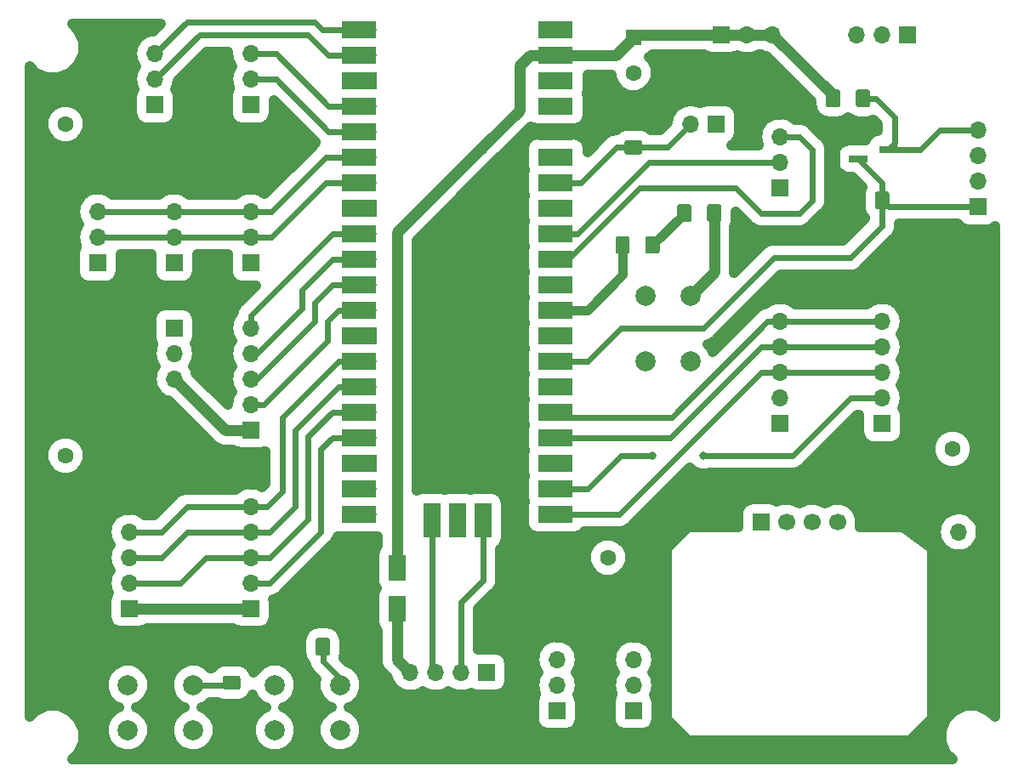
<source format=gbr>
G04 #@! TF.GenerationSoftware,KiCad,Pcbnew,5.0.2+dfsg1-1*
G04 #@! TF.CreationDate,2021-04-26T17:45:04+02:00*
G04 #@! TF.ProjectId,pico-dev,7069636f-2d64-4657-962e-6b696361645f,rev?*
G04 #@! TF.SameCoordinates,Original*
G04 #@! TF.FileFunction,Copper,L1,Top*
G04 #@! TF.FilePolarity,Positive*
%FSLAX46Y46*%
G04 Gerber Fmt 4.6, Leading zero omitted, Abs format (unit mm)*
G04 Created by KiCad (PCBNEW 5.0.2+dfsg1-1) date lun. 26 avril 2021 17:45:04 CEST*
%MOMM*%
%LPD*%
G01*
G04 APERTURE LIST*
G04 #@! TA.AperFunction,ComponentPad*
%ADD10C,1.700000*%
G04 #@! TD*
G04 #@! TA.AperFunction,ComponentPad*
%ADD11R,1.700000X1.700000*%
G04 #@! TD*
G04 #@! TA.AperFunction,Conductor*
%ADD12C,0.100000*%
G04 #@! TD*
G04 #@! TA.AperFunction,SMDPad,CuDef*
%ADD13C,1.425000*%
G04 #@! TD*
G04 #@! TA.AperFunction,ComponentPad*
%ADD14C,2.000000*%
G04 #@! TD*
G04 #@! TA.AperFunction,ComponentPad*
%ADD15O,1.700000X1.700000*%
G04 #@! TD*
G04 #@! TA.AperFunction,SMDPad,CuDef*
%ADD16R,3.500000X1.700000*%
G04 #@! TD*
G04 #@! TA.AperFunction,SMDPad,CuDef*
%ADD17R,1.700000X3.500000*%
G04 #@! TD*
G04 #@! TA.AperFunction,SMDPad,CuDef*
%ADD18R,1.800000X2.500000*%
G04 #@! TD*
G04 #@! TA.AperFunction,ComponentPad*
%ADD19R,1.600000X1.600000*%
G04 #@! TD*
G04 #@! TA.AperFunction,ComponentPad*
%ADD20C,1.600000*%
G04 #@! TD*
G04 #@! TA.AperFunction,SMDPad,CuDef*
%ADD21R,1.900000X0.800000*%
G04 #@! TD*
G04 #@! TA.AperFunction,ViaPad*
%ADD22C,1.200000*%
G04 #@! TD*
G04 #@! TA.AperFunction,ViaPad*
%ADD23C,0.800000*%
G04 #@! TD*
G04 #@! TA.AperFunction,Conductor*
%ADD24C,1.100000*%
G04 #@! TD*
G04 #@! TA.AperFunction,Conductor*
%ADD25C,0.600000*%
G04 #@! TD*
G04 #@! TA.AperFunction,Conductor*
%ADD26C,0.900000*%
G04 #@! TD*
G04 #@! TA.AperFunction,Conductor*
%ADD27C,1.000000*%
G04 #@! TD*
G04 APERTURE END LIST*
D10*
G04 #@! TO.P,U2,4*
G04 #@! TO.N,SDA1_GP14*
X155575000Y-76500000D03*
G04 #@! TO.P,U2,3*
G04 #@! TO.N,SCL1_GP15*
X153035000Y-76500000D03*
G04 #@! TO.P,U2,2*
G04 #@! TO.N,Net-(JP1-Pad2)*
X150495000Y-76500000D03*
D11*
G04 #@! TO.P,U2,1*
G04 #@! TO.N,GND*
X147955000Y-76500000D03*
G04 #@! TD*
D12*
G04 #@! TO.N,GP9*
G04 #@! TO.C,R2*
G36*
X104827004Y-88026204D02*
X104851273Y-88029804D01*
X104875071Y-88035765D01*
X104898171Y-88044030D01*
X104920349Y-88054520D01*
X104941393Y-88067133D01*
X104961098Y-88081747D01*
X104979277Y-88098223D01*
X104995753Y-88116402D01*
X105010367Y-88136107D01*
X105022980Y-88157151D01*
X105033470Y-88179329D01*
X105041735Y-88202429D01*
X105047696Y-88226227D01*
X105051296Y-88250496D01*
X105052500Y-88275000D01*
X105052500Y-89525000D01*
X105051296Y-89549504D01*
X105047696Y-89573773D01*
X105041735Y-89597571D01*
X105033470Y-89620671D01*
X105022980Y-89642849D01*
X105010367Y-89663893D01*
X104995753Y-89683598D01*
X104979277Y-89701777D01*
X104961098Y-89718253D01*
X104941393Y-89732867D01*
X104920349Y-89745480D01*
X104898171Y-89755970D01*
X104875071Y-89764235D01*
X104851273Y-89770196D01*
X104827004Y-89773796D01*
X104802500Y-89775000D01*
X103877500Y-89775000D01*
X103852996Y-89773796D01*
X103828727Y-89770196D01*
X103804929Y-89764235D01*
X103781829Y-89755970D01*
X103759651Y-89745480D01*
X103738607Y-89732867D01*
X103718902Y-89718253D01*
X103700723Y-89701777D01*
X103684247Y-89683598D01*
X103669633Y-89663893D01*
X103657020Y-89642849D01*
X103646530Y-89620671D01*
X103638265Y-89597571D01*
X103632304Y-89573773D01*
X103628704Y-89549504D01*
X103627500Y-89525000D01*
X103627500Y-88275000D01*
X103628704Y-88250496D01*
X103632304Y-88226227D01*
X103638265Y-88202429D01*
X103646530Y-88179329D01*
X103657020Y-88157151D01*
X103669633Y-88136107D01*
X103684247Y-88116402D01*
X103700723Y-88098223D01*
X103718902Y-88081747D01*
X103738607Y-88067133D01*
X103759651Y-88054520D01*
X103781829Y-88044030D01*
X103804929Y-88035765D01*
X103828727Y-88029804D01*
X103852996Y-88026204D01*
X103877500Y-88025000D01*
X104802500Y-88025000D01*
X104827004Y-88026204D01*
X104827004Y-88026204D01*
G37*
D13*
G04 #@! TD*
G04 #@! TO.P,R2,2*
G04 #@! TO.N,GP9*
X104340000Y-88900000D03*
D12*
G04 #@! TO.N,+3V3*
G04 #@! TO.C,R2*
G36*
X107802004Y-88026204D02*
X107826273Y-88029804D01*
X107850071Y-88035765D01*
X107873171Y-88044030D01*
X107895349Y-88054520D01*
X107916393Y-88067133D01*
X107936098Y-88081747D01*
X107954277Y-88098223D01*
X107970753Y-88116402D01*
X107985367Y-88136107D01*
X107997980Y-88157151D01*
X108008470Y-88179329D01*
X108016735Y-88202429D01*
X108022696Y-88226227D01*
X108026296Y-88250496D01*
X108027500Y-88275000D01*
X108027500Y-89525000D01*
X108026296Y-89549504D01*
X108022696Y-89573773D01*
X108016735Y-89597571D01*
X108008470Y-89620671D01*
X107997980Y-89642849D01*
X107985367Y-89663893D01*
X107970753Y-89683598D01*
X107954277Y-89701777D01*
X107936098Y-89718253D01*
X107916393Y-89732867D01*
X107895349Y-89745480D01*
X107873171Y-89755970D01*
X107850071Y-89764235D01*
X107826273Y-89770196D01*
X107802004Y-89773796D01*
X107777500Y-89775000D01*
X106852500Y-89775000D01*
X106827996Y-89773796D01*
X106803727Y-89770196D01*
X106779929Y-89764235D01*
X106756829Y-89755970D01*
X106734651Y-89745480D01*
X106713607Y-89732867D01*
X106693902Y-89718253D01*
X106675723Y-89701777D01*
X106659247Y-89683598D01*
X106644633Y-89663893D01*
X106632020Y-89642849D01*
X106621530Y-89620671D01*
X106613265Y-89597571D01*
X106607304Y-89573773D01*
X106603704Y-89549504D01*
X106602500Y-89525000D01*
X106602500Y-88275000D01*
X106603704Y-88250496D01*
X106607304Y-88226227D01*
X106613265Y-88202429D01*
X106621530Y-88179329D01*
X106632020Y-88157151D01*
X106644633Y-88136107D01*
X106659247Y-88116402D01*
X106675723Y-88098223D01*
X106693902Y-88081747D01*
X106713607Y-88067133D01*
X106734651Y-88054520D01*
X106756829Y-88044030D01*
X106779929Y-88035765D01*
X106803727Y-88029804D01*
X106827996Y-88026204D01*
X106852500Y-88025000D01*
X107777500Y-88025000D01*
X107802004Y-88026204D01*
X107802004Y-88026204D01*
G37*
D13*
G04 #@! TD*
G04 #@! TO.P,R2,1*
G04 #@! TO.N,+3V3*
X107315000Y-88900000D03*
D14*
G04 #@! TO.P,SW1,2*
G04 #@! TO.N,GND*
X140970000Y-60475000D03*
G04 #@! TO.P,SW1,1*
G04 #@! TO.N,RUN*
X136470000Y-60475000D03*
G04 #@! TO.P,SW1,2*
G04 #@! TO.N,GND*
X140970000Y-53975000D03*
G04 #@! TO.P,SW1,1*
G04 #@! TO.N,RUN*
X136470000Y-53975000D03*
G04 #@! TD*
D12*
G04 #@! TO.N,LED*
G04 #@! TO.C,R4*
G36*
X134672004Y-48021204D02*
X134696273Y-48024804D01*
X134720071Y-48030765D01*
X134743171Y-48039030D01*
X134765349Y-48049520D01*
X134786393Y-48062133D01*
X134806098Y-48076747D01*
X134824277Y-48093223D01*
X134840753Y-48111402D01*
X134855367Y-48131107D01*
X134867980Y-48152151D01*
X134878470Y-48174329D01*
X134886735Y-48197429D01*
X134892696Y-48221227D01*
X134896296Y-48245496D01*
X134897500Y-48270000D01*
X134897500Y-49520000D01*
X134896296Y-49544504D01*
X134892696Y-49568773D01*
X134886735Y-49592571D01*
X134878470Y-49615671D01*
X134867980Y-49637849D01*
X134855367Y-49658893D01*
X134840753Y-49678598D01*
X134824277Y-49696777D01*
X134806098Y-49713253D01*
X134786393Y-49727867D01*
X134765349Y-49740480D01*
X134743171Y-49750970D01*
X134720071Y-49759235D01*
X134696273Y-49765196D01*
X134672004Y-49768796D01*
X134647500Y-49770000D01*
X133722500Y-49770000D01*
X133697996Y-49768796D01*
X133673727Y-49765196D01*
X133649929Y-49759235D01*
X133626829Y-49750970D01*
X133604651Y-49740480D01*
X133583607Y-49727867D01*
X133563902Y-49713253D01*
X133545723Y-49696777D01*
X133529247Y-49678598D01*
X133514633Y-49658893D01*
X133502020Y-49637849D01*
X133491530Y-49615671D01*
X133483265Y-49592571D01*
X133477304Y-49568773D01*
X133473704Y-49544504D01*
X133472500Y-49520000D01*
X133472500Y-48270000D01*
X133473704Y-48245496D01*
X133477304Y-48221227D01*
X133483265Y-48197429D01*
X133491530Y-48174329D01*
X133502020Y-48152151D01*
X133514633Y-48131107D01*
X133529247Y-48111402D01*
X133545723Y-48093223D01*
X133563902Y-48076747D01*
X133583607Y-48062133D01*
X133604651Y-48049520D01*
X133626829Y-48039030D01*
X133649929Y-48030765D01*
X133673727Y-48024804D01*
X133697996Y-48021204D01*
X133722500Y-48020000D01*
X134647500Y-48020000D01*
X134672004Y-48021204D01*
X134672004Y-48021204D01*
G37*
D13*
G04 #@! TD*
G04 #@! TO.P,R4,2*
G04 #@! TO.N,LED*
X134185000Y-48895000D03*
D12*
G04 #@! TO.N,Net-(D2-Pad2)*
G04 #@! TO.C,R4*
G36*
X137647004Y-48021204D02*
X137671273Y-48024804D01*
X137695071Y-48030765D01*
X137718171Y-48039030D01*
X137740349Y-48049520D01*
X137761393Y-48062133D01*
X137781098Y-48076747D01*
X137799277Y-48093223D01*
X137815753Y-48111402D01*
X137830367Y-48131107D01*
X137842980Y-48152151D01*
X137853470Y-48174329D01*
X137861735Y-48197429D01*
X137867696Y-48221227D01*
X137871296Y-48245496D01*
X137872500Y-48270000D01*
X137872500Y-49520000D01*
X137871296Y-49544504D01*
X137867696Y-49568773D01*
X137861735Y-49592571D01*
X137853470Y-49615671D01*
X137842980Y-49637849D01*
X137830367Y-49658893D01*
X137815753Y-49678598D01*
X137799277Y-49696777D01*
X137781098Y-49713253D01*
X137761393Y-49727867D01*
X137740349Y-49740480D01*
X137718171Y-49750970D01*
X137695071Y-49759235D01*
X137671273Y-49765196D01*
X137647004Y-49768796D01*
X137622500Y-49770000D01*
X136697500Y-49770000D01*
X136672996Y-49768796D01*
X136648727Y-49765196D01*
X136624929Y-49759235D01*
X136601829Y-49750970D01*
X136579651Y-49740480D01*
X136558607Y-49727867D01*
X136538902Y-49713253D01*
X136520723Y-49696777D01*
X136504247Y-49678598D01*
X136489633Y-49658893D01*
X136477020Y-49637849D01*
X136466530Y-49615671D01*
X136458265Y-49592571D01*
X136452304Y-49568773D01*
X136448704Y-49544504D01*
X136447500Y-49520000D01*
X136447500Y-48270000D01*
X136448704Y-48245496D01*
X136452304Y-48221227D01*
X136458265Y-48197429D01*
X136466530Y-48174329D01*
X136477020Y-48152151D01*
X136489633Y-48131107D01*
X136504247Y-48111402D01*
X136520723Y-48093223D01*
X136538902Y-48076747D01*
X136558607Y-48062133D01*
X136579651Y-48049520D01*
X136601829Y-48039030D01*
X136624929Y-48030765D01*
X136648727Y-48024804D01*
X136672996Y-48021204D01*
X136697500Y-48020000D01*
X137622500Y-48020000D01*
X137647004Y-48021204D01*
X137647004Y-48021204D01*
G37*
D13*
G04 #@! TD*
G04 #@! TO.P,R4,1*
G04 #@! TO.N,Net-(D2-Pad2)*
X137160000Y-48895000D03*
D11*
G04 #@! TO.P,J18,1*
G04 #@! TO.N,GND*
X97155000Y-67310000D03*
D15*
G04 #@! TO.P,J18,2*
G04 #@! TO.N,GP9*
X97155000Y-64770000D03*
G04 #@! TO.P,J18,3*
G04 #@! TO.N,GP8*
X97155000Y-62230000D03*
G04 #@! TO.P,J18,4*
G04 #@! TO.N,GP7*
X97155000Y-59690000D03*
G04 #@! TO.P,J18,5*
G04 #@! TO.N,GP6*
X97155000Y-57150000D03*
G04 #@! TD*
D11*
G04 #@! TO.P,J1,1*
G04 #@! TO.N,GND*
X143510000Y-36830000D03*
D15*
G04 #@! TO.P,J1,2*
G04 #@! TO.N,MODE*
X140970000Y-36830000D03*
G04 #@! TD*
G04 #@! TO.P,U1,1*
G04 #@! TO.N,U_TX*
X108839000Y-27432000D03*
G04 #@! TO.P,U1,2*
G04 #@! TO.N,U_RX*
X108839000Y-29972000D03*
D11*
G04 #@! TO.P,U1,3*
G04 #@! TO.N,GND*
X108839000Y-32512000D03*
D15*
G04 #@! TO.P,U1,4*
G04 #@! TO.N,GP2*
X108839000Y-35052000D03*
G04 #@! TO.P,U1,5*
G04 #@! TO.N,GP3*
X108839000Y-37592000D03*
G04 #@! TO.P,U1,6*
G04 #@! TO.N,SDA_0*
X108839000Y-40132000D03*
G04 #@! TO.P,U1,7*
G04 #@! TO.N,SCL_0*
X108839000Y-42672000D03*
D11*
G04 #@! TO.P,U1,8*
G04 #@! TO.N,GND*
X108839000Y-45212000D03*
D15*
G04 #@! TO.P,U1,9*
G04 #@! TO.N,GP6*
X108839000Y-47752000D03*
G04 #@! TO.P,U1,10*
G04 #@! TO.N,GP7*
X108839000Y-50292000D03*
G04 #@! TO.P,U1,11*
G04 #@! TO.N,GP8*
X108839000Y-52832000D03*
G04 #@! TO.P,U1,12*
G04 #@! TO.N,GP9*
X108839000Y-55372000D03*
D11*
G04 #@! TO.P,U1,13*
G04 #@! TO.N,GND*
X108839000Y-57912000D03*
D15*
G04 #@! TO.P,U1,14*
G04 #@! TO.N,SPI1_CK_GP10_I2S_CLK*
X108839000Y-60452000D03*
G04 #@! TO.P,U1,15*
G04 #@! TO.N,SPI1_MOSI_GP11_I2S_WS*
X108839000Y-62992000D03*
G04 #@! TO.P,U1,16*
G04 #@! TO.N,SPI1_MISO_GP12_I2S_SD*
X108839000Y-65532000D03*
G04 #@! TO.P,U1,17*
G04 #@! TO.N,SPI1_CS1_GP13*
X108839000Y-68072000D03*
D11*
G04 #@! TO.P,U1,18*
G04 #@! TO.N,GND*
X108839000Y-70612000D03*
D15*
G04 #@! TO.P,U1,19*
G04 #@! TO.N,SDA1_GP14*
X108839000Y-73152000D03*
G04 #@! TO.P,U1,20*
G04 #@! TO.N,SCL1_GP15*
X108839000Y-75692000D03*
G04 #@! TO.P,U1,21*
G04 #@! TO.N,SPI0_MISO*
X126619000Y-75692000D03*
G04 #@! TO.P,U1,22*
G04 #@! TO.N,SPI0_CS1*
X126619000Y-73152000D03*
D11*
G04 #@! TO.P,U1,23*
G04 #@! TO.N,GND*
X126619000Y-70612000D03*
D15*
G04 #@! TO.P,U1,24*
G04 #@! TO.N,SPI0_CK*
X126619000Y-68072000D03*
G04 #@! TO.P,U1,25*
G04 #@! TO.N,SPI0_MOSI*
X126619000Y-65532000D03*
G04 #@! TO.P,U1,26*
G04 #@! TO.N,SPI0_CS2*
X126619000Y-62992000D03*
G04 #@! TO.P,U1,27*
G04 #@! TO.N,WS2812_3V*
X126619000Y-60452000D03*
D11*
G04 #@! TO.P,U1,28*
G04 #@! TO.N,GND*
X126619000Y-57912000D03*
D15*
G04 #@! TO.P,U1,29*
G04 #@! TO.N,LED*
X126619000Y-55372000D03*
G04 #@! TO.P,U1,30*
G04 #@! TO.N,RUN*
X126619000Y-52832000D03*
G04 #@! TO.P,U1,31*
G04 #@! TO.N,ADC0*
X126619000Y-50292000D03*
G04 #@! TO.P,U1,32*
G04 #@! TO.N,ADC1*
X126619000Y-47752000D03*
D11*
G04 #@! TO.P,U1,33*
G04 #@! TO.N,AGND*
X126619000Y-45212000D03*
D15*
G04 #@! TO.P,U1,34*
G04 #@! TO.N,MODE*
X126619000Y-42672000D03*
G04 #@! TO.P,U1,35*
G04 #@! TO.N,Net-(U1-Pad35)*
X126619000Y-40132000D03*
G04 #@! TO.P,U1,36*
G04 #@! TO.N,+3V3*
X126619000Y-37592000D03*
G04 #@! TO.P,U1,37*
G04 #@! TO.N,Net-(U1-Pad37)*
X126619000Y-35052000D03*
D11*
G04 #@! TO.P,U1,38*
G04 #@! TO.N,GND*
X126619000Y-32512000D03*
D15*
G04 #@! TO.P,U1,39*
G04 #@! TO.N,+5V*
X126619000Y-29972000D03*
G04 #@! TO.P,U1,40*
G04 #@! TO.N,Net-(U1-Pad40)*
X126619000Y-27432000D03*
D16*
G04 #@! TO.P,U1,1*
G04 #@! TO.N,U_TX*
X107939000Y-27432000D03*
G04 #@! TO.P,U1,2*
G04 #@! TO.N,U_RX*
X107939000Y-29972000D03*
G04 #@! TO.P,U1,3*
G04 #@! TO.N,GND*
X107939000Y-32512000D03*
G04 #@! TO.P,U1,4*
G04 #@! TO.N,GP2*
X107939000Y-35052000D03*
G04 #@! TO.P,U1,5*
G04 #@! TO.N,GP3*
X107939000Y-37592000D03*
G04 #@! TO.P,U1,6*
G04 #@! TO.N,SDA_0*
X107939000Y-40132000D03*
G04 #@! TO.P,U1,7*
G04 #@! TO.N,SCL_0*
X107939000Y-42672000D03*
G04 #@! TO.P,U1,8*
G04 #@! TO.N,GND*
X107939000Y-45212000D03*
G04 #@! TO.P,U1,9*
G04 #@! TO.N,GP6*
X107939000Y-47752000D03*
G04 #@! TO.P,U1,10*
G04 #@! TO.N,GP7*
X107939000Y-50292000D03*
G04 #@! TO.P,U1,11*
G04 #@! TO.N,GP8*
X107939000Y-52832000D03*
G04 #@! TO.P,U1,12*
G04 #@! TO.N,GP9*
X107939000Y-55372000D03*
G04 #@! TO.P,U1,13*
G04 #@! TO.N,GND*
X107939000Y-57912000D03*
G04 #@! TO.P,U1,14*
G04 #@! TO.N,SPI1_CK_GP10_I2S_CLK*
X107939000Y-60452000D03*
G04 #@! TO.P,U1,15*
G04 #@! TO.N,SPI1_MOSI_GP11_I2S_WS*
X107939000Y-62992000D03*
G04 #@! TO.P,U1,16*
G04 #@! TO.N,SPI1_MISO_GP12_I2S_SD*
X107939000Y-65532000D03*
G04 #@! TO.P,U1,17*
G04 #@! TO.N,SPI1_CS1_GP13*
X107939000Y-68072000D03*
G04 #@! TO.P,U1,18*
G04 #@! TO.N,GND*
X107939000Y-70612000D03*
G04 #@! TO.P,U1,19*
G04 #@! TO.N,SDA1_GP14*
X107939000Y-73152000D03*
G04 #@! TO.P,U1,20*
G04 #@! TO.N,SCL1_GP15*
X107939000Y-75692000D03*
G04 #@! TO.P,U1,40*
G04 #@! TO.N,Net-(U1-Pad40)*
X127519000Y-27432000D03*
G04 #@! TO.P,U1,39*
G04 #@! TO.N,+5V*
X127519000Y-29972000D03*
G04 #@! TO.P,U1,38*
G04 #@! TO.N,GND*
X127519000Y-32512000D03*
G04 #@! TO.P,U1,37*
G04 #@! TO.N,Net-(U1-Pad37)*
X127519000Y-35052000D03*
G04 #@! TO.P,U1,36*
G04 #@! TO.N,+3V3*
X127519000Y-37592000D03*
G04 #@! TO.P,U1,35*
G04 #@! TO.N,Net-(U1-Pad35)*
X127519000Y-40132000D03*
G04 #@! TO.P,U1,34*
G04 #@! TO.N,MODE*
X127519000Y-42672000D03*
G04 #@! TO.P,U1,33*
G04 #@! TO.N,AGND*
X127519000Y-45212000D03*
G04 #@! TO.P,U1,32*
G04 #@! TO.N,ADC1*
X127519000Y-47752000D03*
G04 #@! TO.P,U1,31*
G04 #@! TO.N,ADC0*
X127519000Y-50292000D03*
G04 #@! TO.P,U1,30*
G04 #@! TO.N,RUN*
X127519000Y-52832000D03*
G04 #@! TO.P,U1,29*
G04 #@! TO.N,LED*
X127519000Y-55372000D03*
G04 #@! TO.P,U1,28*
G04 #@! TO.N,GND*
X127519000Y-57912000D03*
G04 #@! TO.P,U1,27*
G04 #@! TO.N,WS2812_3V*
X127519000Y-60452000D03*
G04 #@! TO.P,U1,26*
G04 #@! TO.N,SPI0_CS2*
X127519000Y-62992000D03*
G04 #@! TO.P,U1,25*
G04 #@! TO.N,SPI0_MOSI*
X127519000Y-65532000D03*
G04 #@! TO.P,U1,24*
G04 #@! TO.N,SPI0_CK*
X127519000Y-68072000D03*
G04 #@! TO.P,U1,23*
G04 #@! TO.N,GND*
X127519000Y-70612000D03*
G04 #@! TO.P,U1,22*
G04 #@! TO.N,SPI0_CS1*
X127519000Y-73152000D03*
G04 #@! TO.P,U1,21*
G04 #@! TO.N,SPI0_MISO*
X127519000Y-75692000D03*
D17*
G04 #@! TO.P,U1,41*
G04 #@! TO.N,SWCLK*
X115189000Y-76362000D03*
D15*
X115189000Y-75462000D03*
D17*
G04 #@! TO.P,U1,42*
G04 #@! TO.N,GND*
X117729000Y-76362000D03*
D11*
X117729000Y-75462000D03*
D17*
G04 #@! TO.P,U1,43*
G04 #@! TO.N,SWDIO*
X120269000Y-76362000D03*
D15*
X120269000Y-75462000D03*
G04 #@! TD*
D11*
G04 #@! TO.P,J5,1*
G04 #@! TO.N,GND*
X97155000Y-50673000D03*
D15*
G04 #@! TO.P,J5,2*
G04 #@! TO.N,SCL_0*
X97155000Y-48133000D03*
G04 #@! TO.P,J5,3*
G04 #@! TO.N,SDA_0*
X97155000Y-45593000D03*
G04 #@! TO.P,J5,4*
G04 #@! TO.N,+3V3*
X97155000Y-43053000D03*
G04 #@! TD*
G04 #@! TO.P,J6,4*
G04 #@! TO.N,+3V3*
X89535000Y-43053000D03*
G04 #@! TO.P,J6,3*
G04 #@! TO.N,SDA_0*
X89535000Y-45593000D03*
G04 #@! TO.P,J6,2*
G04 #@! TO.N,SCL_0*
X89535000Y-48133000D03*
D11*
G04 #@! TO.P,J6,1*
G04 #@! TO.N,GND*
X89535000Y-50673000D03*
G04 #@! TD*
G04 #@! TO.P,J7,1*
G04 #@! TO.N,GND*
X81915000Y-50673000D03*
D15*
G04 #@! TO.P,J7,2*
G04 #@! TO.N,SCL_0*
X81915000Y-48133000D03*
G04 #@! TO.P,J7,3*
G04 #@! TO.N,SDA_0*
X81915000Y-45593000D03*
G04 #@! TO.P,J7,4*
G04 #@! TO.N,+3V3*
X81915000Y-43053000D03*
G04 #@! TD*
G04 #@! TO.P,J8,3*
G04 #@! TO.N,U_TX*
X87630000Y-29845000D03*
G04 #@! TO.P,J8,2*
G04 #@! TO.N,U_RX*
X87630000Y-32385000D03*
D11*
G04 #@! TO.P,J8,1*
G04 #@! TO.N,GND*
X87630000Y-34925000D03*
G04 #@! TD*
G04 #@! TO.P,J9,1*
G04 #@! TO.N,GND*
X160020000Y-66675000D03*
D15*
G04 #@! TO.P,J9,2*
G04 #@! TO.N,SPI0_CS1*
X160020000Y-64135000D03*
G04 #@! TO.P,J9,3*
G04 #@! TO.N,SPI0_MISO*
X160020000Y-61595000D03*
G04 #@! TO.P,J9,4*
G04 #@! TO.N,SPI0_CK*
X160020000Y-59055000D03*
G04 #@! TO.P,J9,5*
G04 #@! TO.N,SPI0_MOSI*
X160020000Y-56515000D03*
G04 #@! TO.P,J9,6*
G04 #@! TO.N,+3V3*
X160020000Y-53975000D03*
G04 #@! TD*
D11*
G04 #@! TO.P,J10,1*
G04 #@! TO.N,GND*
X149860000Y-66675000D03*
D15*
G04 #@! TO.P,J10,2*
G04 #@! TO.N,SPI0_CS2*
X149860000Y-64135000D03*
G04 #@! TO.P,J10,3*
G04 #@! TO.N,SPI0_MISO*
X149860000Y-61595000D03*
G04 #@! TO.P,J10,4*
G04 #@! TO.N,SPI0_CK*
X149860000Y-59055000D03*
G04 #@! TO.P,J10,5*
G04 #@! TO.N,SPI0_MOSI*
X149860000Y-56515000D03*
G04 #@! TO.P,J10,6*
G04 #@! TO.N,+3V3*
X149860000Y-53975000D03*
G04 #@! TD*
D11*
G04 #@! TO.P,J12,1*
G04 #@! TO.N,GND*
X97155000Y-85090000D03*
D15*
G04 #@! TO.P,J12,2*
G04 #@! TO.N,SPI1_CS1_GP13*
X97155000Y-82550000D03*
G04 #@! TO.P,J12,3*
G04 #@! TO.N,SPI1_MISO_GP12_I2S_SD*
X97155000Y-80010000D03*
G04 #@! TO.P,J12,4*
G04 #@! TO.N,SPI1_MOSI_GP11_I2S_WS*
X97155000Y-77470000D03*
G04 #@! TO.P,J12,5*
G04 #@! TO.N,SPI1_CK_GP10_I2S_CLK*
X97155000Y-74930000D03*
G04 #@! TO.P,J12,6*
G04 #@! TO.N,+3V3*
X97155000Y-72390000D03*
G04 #@! TD*
G04 #@! TO.P,J13,3*
G04 #@! TO.N,+3V3*
X81915000Y-62230000D03*
G04 #@! TO.P,J13,2*
X81915000Y-59690000D03*
D11*
G04 #@! TO.P,J13,1*
X81915000Y-57150000D03*
G04 #@! TD*
G04 #@! TO.P,J14,1*
G04 #@! TO.N,+5V*
X144018000Y-27940000D03*
D15*
G04 #@! TO.P,J14,2*
X146558000Y-27940000D03*
G04 #@! TO.P,J14,3*
X149098000Y-27940000D03*
G04 #@! TD*
D11*
G04 #@! TO.P,J15,1*
G04 #@! TO.N,GND*
X162560000Y-27940000D03*
D15*
G04 #@! TO.P,J15,2*
X160020000Y-27940000D03*
G04 #@! TO.P,J15,3*
X157480000Y-27940000D03*
G04 #@! TD*
D11*
G04 #@! TO.P,J16,1*
G04 #@! TO.N,GND*
X89535000Y-57150000D03*
D15*
G04 #@! TO.P,J16,2*
X89535000Y-59690000D03*
G04 #@! TO.P,J16,3*
X89535000Y-62230000D03*
G04 #@! TD*
G04 #@! TO.P,J17,3*
G04 #@! TO.N,+3V3*
X169545000Y-59055000D03*
G04 #@! TO.P,J17,2*
X169545000Y-56515000D03*
D11*
G04 #@! TO.P,J17,1*
X169545000Y-53975000D03*
G04 #@! TD*
D18*
G04 #@! TO.P,D1,1*
G04 #@! TO.N,+5V*
X111760000Y-81090000D03*
G04 #@! TO.P,D1,2*
G04 #@! TO.N,+5VD*
X111760000Y-85090000D03*
G04 #@! TD*
D14*
G04 #@! TO.P,SW2,1*
G04 #@! TO.N,GP9*
X106045000Y-92710000D03*
G04 #@! TO.P,SW2,2*
G04 #@! TO.N,GND*
X106045000Y-97210000D03*
G04 #@! TO.P,SW2,1*
G04 #@! TO.N,GP9*
X99545000Y-92710000D03*
G04 #@! TO.P,SW2,2*
G04 #@! TO.N,GND*
X99545000Y-97210000D03*
G04 #@! TD*
G04 #@! TO.P,SW3,2*
G04 #@! TO.N,GND*
X84940000Y-97210000D03*
G04 #@! TO.P,SW3,1*
G04 #@! TO.N,GP8*
X84940000Y-92710000D03*
G04 #@! TO.P,SW3,2*
G04 #@! TO.N,GND*
X91440000Y-97210000D03*
G04 #@! TO.P,SW3,1*
G04 #@! TO.N,GP8*
X91440000Y-92710000D03*
G04 #@! TD*
D19*
G04 #@! TO.P,C1,1*
G04 #@! TO.N,+5V*
X135255000Y-28250000D03*
D20*
G04 #@! TO.P,C1,2*
G04 #@! TO.N,GND*
X135255000Y-31750000D03*
G04 #@! TD*
D11*
G04 #@! TO.P,J20,1*
G04 #@! TO.N,GND*
X97155000Y-34925000D03*
D15*
G04 #@! TO.P,J20,2*
G04 #@! TO.N,GP3*
X97155000Y-32385000D03*
G04 #@! TO.P,J20,3*
G04 #@! TO.N,GP2*
X97155000Y-29845000D03*
G04 #@! TD*
D21*
G04 #@! TO.P,Q1,1*
G04 #@! TO.N,+3V3*
X157655000Y-38420000D03*
G04 #@! TO.P,Q1,2*
G04 #@! TO.N,WS2812_3V*
X157655000Y-40320000D03*
G04 #@! TO.P,Q1,3*
G04 #@! TO.N,WS2812B_5V*
X160655000Y-39370000D03*
G04 #@! TD*
D12*
G04 #@! TO.N,+3V3*
G04 #@! TO.C,R1*
G36*
X135904504Y-35483704D02*
X135928773Y-35487304D01*
X135952571Y-35493265D01*
X135975671Y-35501530D01*
X135997849Y-35512020D01*
X136018893Y-35524633D01*
X136038598Y-35539247D01*
X136056777Y-35555723D01*
X136073253Y-35573902D01*
X136087867Y-35593607D01*
X136100480Y-35614651D01*
X136110970Y-35636829D01*
X136119235Y-35659929D01*
X136125196Y-35683727D01*
X136128796Y-35707996D01*
X136130000Y-35732500D01*
X136130000Y-36657500D01*
X136128796Y-36682004D01*
X136125196Y-36706273D01*
X136119235Y-36730071D01*
X136110970Y-36753171D01*
X136100480Y-36775349D01*
X136087867Y-36796393D01*
X136073253Y-36816098D01*
X136056777Y-36834277D01*
X136038598Y-36850753D01*
X136018893Y-36865367D01*
X135997849Y-36877980D01*
X135975671Y-36888470D01*
X135952571Y-36896735D01*
X135928773Y-36902696D01*
X135904504Y-36906296D01*
X135880000Y-36907500D01*
X134630000Y-36907500D01*
X134605496Y-36906296D01*
X134581227Y-36902696D01*
X134557429Y-36896735D01*
X134534329Y-36888470D01*
X134512151Y-36877980D01*
X134491107Y-36865367D01*
X134471402Y-36850753D01*
X134453223Y-36834277D01*
X134436747Y-36816098D01*
X134422133Y-36796393D01*
X134409520Y-36775349D01*
X134399030Y-36753171D01*
X134390765Y-36730071D01*
X134384804Y-36706273D01*
X134381204Y-36682004D01*
X134380000Y-36657500D01*
X134380000Y-35732500D01*
X134381204Y-35707996D01*
X134384804Y-35683727D01*
X134390765Y-35659929D01*
X134399030Y-35636829D01*
X134409520Y-35614651D01*
X134422133Y-35593607D01*
X134436747Y-35573902D01*
X134453223Y-35555723D01*
X134471402Y-35539247D01*
X134491107Y-35524633D01*
X134512151Y-35512020D01*
X134534329Y-35501530D01*
X134557429Y-35493265D01*
X134581227Y-35487304D01*
X134605496Y-35483704D01*
X134630000Y-35482500D01*
X135880000Y-35482500D01*
X135904504Y-35483704D01*
X135904504Y-35483704D01*
G37*
D13*
G04 #@! TD*
G04 #@! TO.P,R1,1*
G04 #@! TO.N,+3V3*
X135255000Y-36195000D03*
D12*
G04 #@! TO.N,MODE*
G04 #@! TO.C,R1*
G36*
X135904504Y-38458704D02*
X135928773Y-38462304D01*
X135952571Y-38468265D01*
X135975671Y-38476530D01*
X135997849Y-38487020D01*
X136018893Y-38499633D01*
X136038598Y-38514247D01*
X136056777Y-38530723D01*
X136073253Y-38548902D01*
X136087867Y-38568607D01*
X136100480Y-38589651D01*
X136110970Y-38611829D01*
X136119235Y-38634929D01*
X136125196Y-38658727D01*
X136128796Y-38682996D01*
X136130000Y-38707500D01*
X136130000Y-39632500D01*
X136128796Y-39657004D01*
X136125196Y-39681273D01*
X136119235Y-39705071D01*
X136110970Y-39728171D01*
X136100480Y-39750349D01*
X136087867Y-39771393D01*
X136073253Y-39791098D01*
X136056777Y-39809277D01*
X136038598Y-39825753D01*
X136018893Y-39840367D01*
X135997849Y-39852980D01*
X135975671Y-39863470D01*
X135952571Y-39871735D01*
X135928773Y-39877696D01*
X135904504Y-39881296D01*
X135880000Y-39882500D01*
X134630000Y-39882500D01*
X134605496Y-39881296D01*
X134581227Y-39877696D01*
X134557429Y-39871735D01*
X134534329Y-39863470D01*
X134512151Y-39852980D01*
X134491107Y-39840367D01*
X134471402Y-39825753D01*
X134453223Y-39809277D01*
X134436747Y-39791098D01*
X134422133Y-39771393D01*
X134409520Y-39750349D01*
X134399030Y-39728171D01*
X134390765Y-39705071D01*
X134384804Y-39681273D01*
X134381204Y-39657004D01*
X134380000Y-39632500D01*
X134380000Y-38707500D01*
X134381204Y-38682996D01*
X134384804Y-38658727D01*
X134390765Y-38634929D01*
X134399030Y-38611829D01*
X134409520Y-38589651D01*
X134422133Y-38568607D01*
X134436747Y-38548902D01*
X134453223Y-38530723D01*
X134471402Y-38514247D01*
X134491107Y-38499633D01*
X134512151Y-38487020D01*
X134534329Y-38476530D01*
X134557429Y-38468265D01*
X134581227Y-38462304D01*
X134605496Y-38458704D01*
X134630000Y-38457500D01*
X135880000Y-38457500D01*
X135904504Y-38458704D01*
X135904504Y-38458704D01*
G37*
D13*
G04 #@! TD*
G04 #@! TO.P,R1,2*
G04 #@! TO.N,MODE*
X135255000Y-39170000D03*
D12*
G04 #@! TO.N,GP8*
G04 #@! TO.C,R3*
G36*
X95899504Y-91781204D02*
X95923773Y-91784804D01*
X95947571Y-91790765D01*
X95970671Y-91799030D01*
X95992849Y-91809520D01*
X96013893Y-91822133D01*
X96033598Y-91836747D01*
X96051777Y-91853223D01*
X96068253Y-91871402D01*
X96082867Y-91891107D01*
X96095480Y-91912151D01*
X96105970Y-91934329D01*
X96114235Y-91957429D01*
X96120196Y-91981227D01*
X96123796Y-92005496D01*
X96125000Y-92030000D01*
X96125000Y-92955000D01*
X96123796Y-92979504D01*
X96120196Y-93003773D01*
X96114235Y-93027571D01*
X96105970Y-93050671D01*
X96095480Y-93072849D01*
X96082867Y-93093893D01*
X96068253Y-93113598D01*
X96051777Y-93131777D01*
X96033598Y-93148253D01*
X96013893Y-93162867D01*
X95992849Y-93175480D01*
X95970671Y-93185970D01*
X95947571Y-93194235D01*
X95923773Y-93200196D01*
X95899504Y-93203796D01*
X95875000Y-93205000D01*
X94625000Y-93205000D01*
X94600496Y-93203796D01*
X94576227Y-93200196D01*
X94552429Y-93194235D01*
X94529329Y-93185970D01*
X94507151Y-93175480D01*
X94486107Y-93162867D01*
X94466402Y-93148253D01*
X94448223Y-93131777D01*
X94431747Y-93113598D01*
X94417133Y-93093893D01*
X94404520Y-93072849D01*
X94394030Y-93050671D01*
X94385765Y-93027571D01*
X94379804Y-93003773D01*
X94376204Y-92979504D01*
X94375000Y-92955000D01*
X94375000Y-92030000D01*
X94376204Y-92005496D01*
X94379804Y-91981227D01*
X94385765Y-91957429D01*
X94394030Y-91934329D01*
X94404520Y-91912151D01*
X94417133Y-91891107D01*
X94431747Y-91871402D01*
X94448223Y-91853223D01*
X94466402Y-91836747D01*
X94486107Y-91822133D01*
X94507151Y-91809520D01*
X94529329Y-91799030D01*
X94552429Y-91790765D01*
X94576227Y-91784804D01*
X94600496Y-91781204D01*
X94625000Y-91780000D01*
X95875000Y-91780000D01*
X95899504Y-91781204D01*
X95899504Y-91781204D01*
G37*
D13*
G04 #@! TD*
G04 #@! TO.P,R3,2*
G04 #@! TO.N,GP8*
X95250000Y-92492500D03*
D12*
G04 #@! TO.N,+3V3*
G04 #@! TO.C,R3*
G36*
X95899504Y-94756204D02*
X95923773Y-94759804D01*
X95947571Y-94765765D01*
X95970671Y-94774030D01*
X95992849Y-94784520D01*
X96013893Y-94797133D01*
X96033598Y-94811747D01*
X96051777Y-94828223D01*
X96068253Y-94846402D01*
X96082867Y-94866107D01*
X96095480Y-94887151D01*
X96105970Y-94909329D01*
X96114235Y-94932429D01*
X96120196Y-94956227D01*
X96123796Y-94980496D01*
X96125000Y-95005000D01*
X96125000Y-95930000D01*
X96123796Y-95954504D01*
X96120196Y-95978773D01*
X96114235Y-96002571D01*
X96105970Y-96025671D01*
X96095480Y-96047849D01*
X96082867Y-96068893D01*
X96068253Y-96088598D01*
X96051777Y-96106777D01*
X96033598Y-96123253D01*
X96013893Y-96137867D01*
X95992849Y-96150480D01*
X95970671Y-96160970D01*
X95947571Y-96169235D01*
X95923773Y-96175196D01*
X95899504Y-96178796D01*
X95875000Y-96180000D01*
X94625000Y-96180000D01*
X94600496Y-96178796D01*
X94576227Y-96175196D01*
X94552429Y-96169235D01*
X94529329Y-96160970D01*
X94507151Y-96150480D01*
X94486107Y-96137867D01*
X94466402Y-96123253D01*
X94448223Y-96106777D01*
X94431747Y-96088598D01*
X94417133Y-96068893D01*
X94404520Y-96047849D01*
X94394030Y-96025671D01*
X94385765Y-96002571D01*
X94379804Y-95978773D01*
X94376204Y-95954504D01*
X94375000Y-95930000D01*
X94375000Y-95005000D01*
X94376204Y-94980496D01*
X94379804Y-94956227D01*
X94385765Y-94932429D01*
X94394030Y-94909329D01*
X94404520Y-94887151D01*
X94417133Y-94866107D01*
X94431747Y-94846402D01*
X94448223Y-94828223D01*
X94466402Y-94811747D01*
X94486107Y-94797133D01*
X94507151Y-94784520D01*
X94529329Y-94774030D01*
X94552429Y-94765765D01*
X94576227Y-94759804D01*
X94600496Y-94756204D01*
X94625000Y-94755000D01*
X95875000Y-94755000D01*
X95899504Y-94756204D01*
X95899504Y-94756204D01*
G37*
D13*
G04 #@! TD*
G04 #@! TO.P,R3,1*
G04 #@! TO.N,+3V3*
X95250000Y-95467500D03*
D12*
G04 #@! TO.N,+3V3*
G04 #@! TO.C,R5*
G36*
X157532004Y-43576204D02*
X157556273Y-43579804D01*
X157580071Y-43585765D01*
X157603171Y-43594030D01*
X157625349Y-43604520D01*
X157646393Y-43617133D01*
X157666098Y-43631747D01*
X157684277Y-43648223D01*
X157700753Y-43666402D01*
X157715367Y-43686107D01*
X157727980Y-43707151D01*
X157738470Y-43729329D01*
X157746735Y-43752429D01*
X157752696Y-43776227D01*
X157756296Y-43800496D01*
X157757500Y-43825000D01*
X157757500Y-45075000D01*
X157756296Y-45099504D01*
X157752696Y-45123773D01*
X157746735Y-45147571D01*
X157738470Y-45170671D01*
X157727980Y-45192849D01*
X157715367Y-45213893D01*
X157700753Y-45233598D01*
X157684277Y-45251777D01*
X157666098Y-45268253D01*
X157646393Y-45282867D01*
X157625349Y-45295480D01*
X157603171Y-45305970D01*
X157580071Y-45314235D01*
X157556273Y-45320196D01*
X157532004Y-45323796D01*
X157507500Y-45325000D01*
X156582500Y-45325000D01*
X156557996Y-45323796D01*
X156533727Y-45320196D01*
X156509929Y-45314235D01*
X156486829Y-45305970D01*
X156464651Y-45295480D01*
X156443607Y-45282867D01*
X156423902Y-45268253D01*
X156405723Y-45251777D01*
X156389247Y-45233598D01*
X156374633Y-45213893D01*
X156362020Y-45192849D01*
X156351530Y-45170671D01*
X156343265Y-45147571D01*
X156337304Y-45123773D01*
X156333704Y-45099504D01*
X156332500Y-45075000D01*
X156332500Y-43825000D01*
X156333704Y-43800496D01*
X156337304Y-43776227D01*
X156343265Y-43752429D01*
X156351530Y-43729329D01*
X156362020Y-43707151D01*
X156374633Y-43686107D01*
X156389247Y-43666402D01*
X156405723Y-43648223D01*
X156423902Y-43631747D01*
X156443607Y-43617133D01*
X156464651Y-43604520D01*
X156486829Y-43594030D01*
X156509929Y-43585765D01*
X156533727Y-43579804D01*
X156557996Y-43576204D01*
X156582500Y-43575000D01*
X157507500Y-43575000D01*
X157532004Y-43576204D01*
X157532004Y-43576204D01*
G37*
D13*
G04 #@! TD*
G04 #@! TO.P,R5,1*
G04 #@! TO.N,+3V3*
X157045000Y-44450000D03*
D12*
G04 #@! TO.N,WS2812_3V*
G04 #@! TO.C,R5*
G36*
X160507004Y-43576204D02*
X160531273Y-43579804D01*
X160555071Y-43585765D01*
X160578171Y-43594030D01*
X160600349Y-43604520D01*
X160621393Y-43617133D01*
X160641098Y-43631747D01*
X160659277Y-43648223D01*
X160675753Y-43666402D01*
X160690367Y-43686107D01*
X160702980Y-43707151D01*
X160713470Y-43729329D01*
X160721735Y-43752429D01*
X160727696Y-43776227D01*
X160731296Y-43800496D01*
X160732500Y-43825000D01*
X160732500Y-45075000D01*
X160731296Y-45099504D01*
X160727696Y-45123773D01*
X160721735Y-45147571D01*
X160713470Y-45170671D01*
X160702980Y-45192849D01*
X160690367Y-45213893D01*
X160675753Y-45233598D01*
X160659277Y-45251777D01*
X160641098Y-45268253D01*
X160621393Y-45282867D01*
X160600349Y-45295480D01*
X160578171Y-45305970D01*
X160555071Y-45314235D01*
X160531273Y-45320196D01*
X160507004Y-45323796D01*
X160482500Y-45325000D01*
X159557500Y-45325000D01*
X159532996Y-45323796D01*
X159508727Y-45320196D01*
X159484929Y-45314235D01*
X159461829Y-45305970D01*
X159439651Y-45295480D01*
X159418607Y-45282867D01*
X159398902Y-45268253D01*
X159380723Y-45251777D01*
X159364247Y-45233598D01*
X159349633Y-45213893D01*
X159337020Y-45192849D01*
X159326530Y-45170671D01*
X159318265Y-45147571D01*
X159312304Y-45123773D01*
X159308704Y-45099504D01*
X159307500Y-45075000D01*
X159307500Y-43825000D01*
X159308704Y-43800496D01*
X159312304Y-43776227D01*
X159318265Y-43752429D01*
X159326530Y-43729329D01*
X159337020Y-43707151D01*
X159349633Y-43686107D01*
X159364247Y-43666402D01*
X159380723Y-43648223D01*
X159398902Y-43631747D01*
X159418607Y-43617133D01*
X159439651Y-43604520D01*
X159461829Y-43594030D01*
X159484929Y-43585765D01*
X159508727Y-43579804D01*
X159532996Y-43576204D01*
X159557500Y-43575000D01*
X160482500Y-43575000D01*
X160507004Y-43576204D01*
X160507004Y-43576204D01*
G37*
D13*
G04 #@! TD*
G04 #@! TO.P,R5,2*
G04 #@! TO.N,WS2812_3V*
X160020000Y-44450000D03*
D12*
G04 #@! TO.N,WS2812B_5V*
G04 #@! TO.C,R6*
G36*
X158602004Y-33416204D02*
X158626273Y-33419804D01*
X158650071Y-33425765D01*
X158673171Y-33434030D01*
X158695349Y-33444520D01*
X158716393Y-33457133D01*
X158736098Y-33471747D01*
X158754277Y-33488223D01*
X158770753Y-33506402D01*
X158785367Y-33526107D01*
X158797980Y-33547151D01*
X158808470Y-33569329D01*
X158816735Y-33592429D01*
X158822696Y-33616227D01*
X158826296Y-33640496D01*
X158827500Y-33665000D01*
X158827500Y-34915000D01*
X158826296Y-34939504D01*
X158822696Y-34963773D01*
X158816735Y-34987571D01*
X158808470Y-35010671D01*
X158797980Y-35032849D01*
X158785367Y-35053893D01*
X158770753Y-35073598D01*
X158754277Y-35091777D01*
X158736098Y-35108253D01*
X158716393Y-35122867D01*
X158695349Y-35135480D01*
X158673171Y-35145970D01*
X158650071Y-35154235D01*
X158626273Y-35160196D01*
X158602004Y-35163796D01*
X158577500Y-35165000D01*
X157652500Y-35165000D01*
X157627996Y-35163796D01*
X157603727Y-35160196D01*
X157579929Y-35154235D01*
X157556829Y-35145970D01*
X157534651Y-35135480D01*
X157513607Y-35122867D01*
X157493902Y-35108253D01*
X157475723Y-35091777D01*
X157459247Y-35073598D01*
X157444633Y-35053893D01*
X157432020Y-35032849D01*
X157421530Y-35010671D01*
X157413265Y-34987571D01*
X157407304Y-34963773D01*
X157403704Y-34939504D01*
X157402500Y-34915000D01*
X157402500Y-33665000D01*
X157403704Y-33640496D01*
X157407304Y-33616227D01*
X157413265Y-33592429D01*
X157421530Y-33569329D01*
X157432020Y-33547151D01*
X157444633Y-33526107D01*
X157459247Y-33506402D01*
X157475723Y-33488223D01*
X157493902Y-33471747D01*
X157513607Y-33457133D01*
X157534651Y-33444520D01*
X157556829Y-33434030D01*
X157579929Y-33425765D01*
X157603727Y-33419804D01*
X157627996Y-33416204D01*
X157652500Y-33415000D01*
X158577500Y-33415000D01*
X158602004Y-33416204D01*
X158602004Y-33416204D01*
G37*
D13*
G04 #@! TD*
G04 #@! TO.P,R6,2*
G04 #@! TO.N,WS2812B_5V*
X158115000Y-34290000D03*
D12*
G04 #@! TO.N,+5V*
G04 #@! TO.C,R6*
G36*
X155627004Y-33416204D02*
X155651273Y-33419804D01*
X155675071Y-33425765D01*
X155698171Y-33434030D01*
X155720349Y-33444520D01*
X155741393Y-33457133D01*
X155761098Y-33471747D01*
X155779277Y-33488223D01*
X155795753Y-33506402D01*
X155810367Y-33526107D01*
X155822980Y-33547151D01*
X155833470Y-33569329D01*
X155841735Y-33592429D01*
X155847696Y-33616227D01*
X155851296Y-33640496D01*
X155852500Y-33665000D01*
X155852500Y-34915000D01*
X155851296Y-34939504D01*
X155847696Y-34963773D01*
X155841735Y-34987571D01*
X155833470Y-35010671D01*
X155822980Y-35032849D01*
X155810367Y-35053893D01*
X155795753Y-35073598D01*
X155779277Y-35091777D01*
X155761098Y-35108253D01*
X155741393Y-35122867D01*
X155720349Y-35135480D01*
X155698171Y-35145970D01*
X155675071Y-35154235D01*
X155651273Y-35160196D01*
X155627004Y-35163796D01*
X155602500Y-35165000D01*
X154677500Y-35165000D01*
X154652996Y-35163796D01*
X154628727Y-35160196D01*
X154604929Y-35154235D01*
X154581829Y-35145970D01*
X154559651Y-35135480D01*
X154538607Y-35122867D01*
X154518902Y-35108253D01*
X154500723Y-35091777D01*
X154484247Y-35073598D01*
X154469633Y-35053893D01*
X154457020Y-35032849D01*
X154446530Y-35010671D01*
X154438265Y-34987571D01*
X154432304Y-34963773D01*
X154428704Y-34939504D01*
X154427500Y-34915000D01*
X154427500Y-33665000D01*
X154428704Y-33640496D01*
X154432304Y-33616227D01*
X154438265Y-33592429D01*
X154446530Y-33569329D01*
X154457020Y-33547151D01*
X154469633Y-33526107D01*
X154484247Y-33506402D01*
X154500723Y-33488223D01*
X154518902Y-33471747D01*
X154538607Y-33457133D01*
X154559651Y-33444520D01*
X154581829Y-33434030D01*
X154604929Y-33425765D01*
X154628727Y-33419804D01*
X154652996Y-33416204D01*
X154677500Y-33415000D01*
X155602500Y-33415000D01*
X155627004Y-33416204D01*
X155627004Y-33416204D01*
G37*
D13*
G04 #@! TD*
G04 #@! TO.P,R6,1*
G04 #@! TO.N,+5V*
X155140000Y-34290000D03*
D11*
G04 #@! TO.P,J3,1*
G04 #@! TO.N,AGND*
X149860000Y-43180000D03*
D15*
G04 #@! TO.P,J3,2*
G04 #@! TO.N,ADC1*
X149860000Y-40640000D03*
G04 #@! TO.P,J3,3*
G04 #@! TO.N,ADC0*
X149860000Y-38100000D03*
G04 #@! TO.P,J3,4*
G04 #@! TO.N,+3V3*
X149860000Y-35560000D03*
G04 #@! TD*
G04 #@! TO.P,J19,5*
G04 #@! TO.N,+3V3*
X85090000Y-74930000D03*
G04 #@! TO.P,J19,4*
G04 #@! TO.N,SPI1_CK_GP10_I2S_CLK*
X85090000Y-77470000D03*
G04 #@! TO.P,J19,3*
G04 #@! TO.N,SPI1_MOSI_GP11_I2S_WS*
X85090000Y-80010000D03*
G04 #@! TO.P,J19,2*
G04 #@! TO.N,SPI1_MISO_GP12_I2S_SD*
X85090000Y-82550000D03*
D11*
G04 #@! TO.P,J19,1*
G04 #@! TO.N,GND*
X85090000Y-85090000D03*
G04 #@! TD*
D12*
G04 #@! TO.N,Net-(D2-Pad2)*
G04 #@! TO.C,D2*
G36*
X140822004Y-44846204D02*
X140846273Y-44849804D01*
X140870071Y-44855765D01*
X140893171Y-44864030D01*
X140915349Y-44874520D01*
X140936393Y-44887133D01*
X140956098Y-44901747D01*
X140974277Y-44918223D01*
X140990753Y-44936402D01*
X141005367Y-44956107D01*
X141017980Y-44977151D01*
X141028470Y-44999329D01*
X141036735Y-45022429D01*
X141042696Y-45046227D01*
X141046296Y-45070496D01*
X141047500Y-45095000D01*
X141047500Y-46345000D01*
X141046296Y-46369504D01*
X141042696Y-46393773D01*
X141036735Y-46417571D01*
X141028470Y-46440671D01*
X141017980Y-46462849D01*
X141005367Y-46483893D01*
X140990753Y-46503598D01*
X140974277Y-46521777D01*
X140956098Y-46538253D01*
X140936393Y-46552867D01*
X140915349Y-46565480D01*
X140893171Y-46575970D01*
X140870071Y-46584235D01*
X140846273Y-46590196D01*
X140822004Y-46593796D01*
X140797500Y-46595000D01*
X139872500Y-46595000D01*
X139847996Y-46593796D01*
X139823727Y-46590196D01*
X139799929Y-46584235D01*
X139776829Y-46575970D01*
X139754651Y-46565480D01*
X139733607Y-46552867D01*
X139713902Y-46538253D01*
X139695723Y-46521777D01*
X139679247Y-46503598D01*
X139664633Y-46483893D01*
X139652020Y-46462849D01*
X139641530Y-46440671D01*
X139633265Y-46417571D01*
X139627304Y-46393773D01*
X139623704Y-46369504D01*
X139622500Y-46345000D01*
X139622500Y-45095000D01*
X139623704Y-45070496D01*
X139627304Y-45046227D01*
X139633265Y-45022429D01*
X139641530Y-44999329D01*
X139652020Y-44977151D01*
X139664633Y-44956107D01*
X139679247Y-44936402D01*
X139695723Y-44918223D01*
X139713902Y-44901747D01*
X139733607Y-44887133D01*
X139754651Y-44874520D01*
X139776829Y-44864030D01*
X139799929Y-44855765D01*
X139823727Y-44849804D01*
X139847996Y-44846204D01*
X139872500Y-44845000D01*
X140797500Y-44845000D01*
X140822004Y-44846204D01*
X140822004Y-44846204D01*
G37*
D13*
G04 #@! TD*
G04 #@! TO.P,D2,2*
G04 #@! TO.N,Net-(D2-Pad2)*
X140335000Y-45720000D03*
D12*
G04 #@! TO.N,GND*
G04 #@! TO.C,D2*
G36*
X143797004Y-44846204D02*
X143821273Y-44849804D01*
X143845071Y-44855765D01*
X143868171Y-44864030D01*
X143890349Y-44874520D01*
X143911393Y-44887133D01*
X143931098Y-44901747D01*
X143949277Y-44918223D01*
X143965753Y-44936402D01*
X143980367Y-44956107D01*
X143992980Y-44977151D01*
X144003470Y-44999329D01*
X144011735Y-45022429D01*
X144017696Y-45046227D01*
X144021296Y-45070496D01*
X144022500Y-45095000D01*
X144022500Y-46345000D01*
X144021296Y-46369504D01*
X144017696Y-46393773D01*
X144011735Y-46417571D01*
X144003470Y-46440671D01*
X143992980Y-46462849D01*
X143980367Y-46483893D01*
X143965753Y-46503598D01*
X143949277Y-46521777D01*
X143931098Y-46538253D01*
X143911393Y-46552867D01*
X143890349Y-46565480D01*
X143868171Y-46575970D01*
X143845071Y-46584235D01*
X143821273Y-46590196D01*
X143797004Y-46593796D01*
X143772500Y-46595000D01*
X142847500Y-46595000D01*
X142822996Y-46593796D01*
X142798727Y-46590196D01*
X142774929Y-46584235D01*
X142751829Y-46575970D01*
X142729651Y-46565480D01*
X142708607Y-46552867D01*
X142688902Y-46538253D01*
X142670723Y-46521777D01*
X142654247Y-46503598D01*
X142639633Y-46483893D01*
X142627020Y-46462849D01*
X142616530Y-46440671D01*
X142608265Y-46417571D01*
X142602304Y-46393773D01*
X142598704Y-46369504D01*
X142597500Y-46345000D01*
X142597500Y-45095000D01*
X142598704Y-45070496D01*
X142602304Y-45046227D01*
X142608265Y-45022429D01*
X142616530Y-44999329D01*
X142627020Y-44977151D01*
X142639633Y-44956107D01*
X142654247Y-44936402D01*
X142670723Y-44918223D01*
X142688902Y-44901747D01*
X142708607Y-44887133D01*
X142729651Y-44874520D01*
X142751829Y-44864030D01*
X142774929Y-44855765D01*
X142798727Y-44849804D01*
X142822996Y-44846204D01*
X142847500Y-44845000D01*
X143772500Y-44845000D01*
X143797004Y-44846204D01*
X143797004Y-44846204D01*
G37*
D13*
G04 #@! TD*
G04 #@! TO.P,D2,1*
G04 #@! TO.N,GND*
X143310000Y-45720000D03*
D11*
G04 #@! TO.P,J22,1*
G04 #@! TO.N,GND*
X127635000Y-95250000D03*
D15*
G04 #@! TO.P,J22,2*
G04 #@! TO.N,SDA1_GP14*
X127635000Y-92710000D03*
G04 #@! TO.P,J22,3*
G04 #@! TO.N,SCL1_GP15*
X127635000Y-90170000D03*
G04 #@! TO.P,J22,4*
G04 #@! TO.N,+3V3*
X127635000Y-87630000D03*
G04 #@! TD*
G04 #@! TO.P,J23,4*
G04 #@! TO.N,+3V3*
X135255000Y-87630000D03*
G04 #@! TO.P,J23,3*
G04 #@! TO.N,SCL1_GP15*
X135255000Y-90170000D03*
G04 #@! TO.P,J23,2*
G04 #@! TO.N,SDA1_GP14*
X135255000Y-92710000D03*
D11*
G04 #@! TO.P,J23,1*
G04 #@! TO.N,GND*
X135255000Y-95250000D03*
G04 #@! TD*
D20*
G04 #@! TO.P,C2,2*
G04 #@! TO.N,GND*
X167045000Y-69215000D03*
D19*
G04 #@! TO.P,C2,1*
G04 #@! TO.N,+3V3*
X169545000Y-69215000D03*
G04 #@! TD*
G04 #@! TO.P,C3,1*
G04 #@! TO.N,+3V3*
X76240000Y-69850000D03*
D20*
G04 #@! TO.P,C3,2*
G04 #@! TO.N,GND*
X78740000Y-69850000D03*
G04 #@! TD*
G04 #@! TO.P,C4,2*
G04 #@! TO.N,GND*
X78740000Y-36830000D03*
D19*
G04 #@! TO.P,C4,1*
G04 #@! TO.N,+3V3*
X76240000Y-36830000D03*
G04 #@! TD*
G04 #@! TO.P,C5,1*
G04 #@! TO.N,+3V3*
X135215000Y-80010000D03*
D20*
G04 #@! TO.P,C5,2*
G04 #@! TO.N,GND*
X132715000Y-80010000D03*
G04 #@! TD*
D11*
G04 #@! TO.P,J2,1*
G04 #@! TO.N,GND*
X120650000Y-91440000D03*
D15*
G04 #@! TO.P,J2,2*
G04 #@! TO.N,SWDIO*
X118110000Y-91440000D03*
G04 #@! TO.P,J2,3*
G04 #@! TO.N,SWCLK*
X115570000Y-91440000D03*
G04 #@! TO.P,J2,4*
G04 #@! TO.N,+5VD*
X113030000Y-91440000D03*
G04 #@! TD*
D11*
G04 #@! TO.P,J21,1*
G04 #@! TO.N,WS2812_3V*
X169545000Y-45085000D03*
D15*
G04 #@! TO.P,J21,2*
G04 #@! TO.N,GND*
X169545000Y-42545000D03*
G04 #@! TO.P,J21,3*
X169545000Y-40005000D03*
G04 #@! TO.P,J21,4*
G04 #@! TO.N,WS2812B_5V*
X169545000Y-37465000D03*
G04 #@! TD*
D11*
G04 #@! TO.P,JP1,1*
G04 #@! TO.N,+3V3*
X170180000Y-77470000D03*
D15*
G04 #@! TO.P,JP1,2*
G04 #@! TO.N,Net-(JP1-Pad2)*
X167640000Y-77470000D03*
G04 #@! TD*
D22*
G04 #@! TO.N,+3V3*
X156845000Y-47625000D03*
D23*
G04 #@! TO.N,SPI0_CS1*
X137160000Y-69850000D03*
X142240000Y-69850000D03*
G04 #@! TD*
D24*
G04 #@! TO.N,GND*
X94615000Y-67310000D02*
X89535000Y-62230000D01*
X97155000Y-67310000D02*
X94615000Y-67310000D01*
X85090000Y-85090000D02*
X97155000Y-85090000D01*
X143310000Y-51635000D02*
X140970000Y-53975000D01*
X143310000Y-45720000D02*
X143310000Y-51635000D01*
D25*
G04 #@! TO.N,MODE*
X126619000Y-42672000D02*
X130048000Y-42672000D01*
X133550000Y-39170000D02*
X135255000Y-39170000D01*
X130048000Y-42672000D02*
X133550000Y-39170000D01*
X138630000Y-39170000D02*
X140970000Y-36830000D01*
X135255000Y-39170000D02*
X138630000Y-39170000D01*
D24*
G04 #@! TO.N,+5V*
X111760000Y-81090000D02*
X111760000Y-47629204D01*
X111760000Y-47629204D02*
X120652102Y-38737102D01*
X120652102Y-38737102D02*
X120015000Y-39370000D01*
X120652102Y-38737102D02*
X123905010Y-35484194D01*
X123905010Y-35484194D02*
X123905010Y-31034990D01*
X124968000Y-29972000D02*
X126619000Y-29972000D01*
X123905010Y-31034990D02*
X124968000Y-29972000D01*
X155140000Y-33982000D02*
X149098000Y-27940000D01*
X155140000Y-34290000D02*
X155140000Y-33982000D01*
X149098000Y-27940000D02*
X146558000Y-27940000D01*
X146558000Y-27940000D02*
X144018000Y-27940000D01*
X133533000Y-29972000D02*
X135255000Y-28250000D01*
X126619000Y-29972000D02*
X133533000Y-29972000D01*
X135565000Y-27940000D02*
X143510000Y-27940000D01*
X135255000Y-28250000D02*
X135565000Y-27940000D01*
G04 #@! TO.N,+5VD*
X111760000Y-90170000D02*
X111760000Y-85090000D01*
X113030000Y-91440000D02*
X111760000Y-90170000D01*
D25*
G04 #@! TO.N,SWCLK*
X115189000Y-91059000D02*
X115570000Y-91440000D01*
X115189000Y-75462000D02*
X115189000Y-91059000D01*
G04 #@! TO.N,SWDIO*
X118110000Y-91440000D02*
X118110000Y-84455000D01*
X120269000Y-82296000D02*
X120269000Y-75462000D01*
X118110000Y-84455000D02*
X120269000Y-82296000D01*
D24*
G04 #@! TO.N,+3V3*
X97155000Y-43053000D02*
X89535000Y-43053000D01*
X89535000Y-43053000D02*
X81915000Y-43053000D01*
X135255000Y-80050000D02*
X135215000Y-80010000D01*
X135255000Y-87630000D02*
X135255000Y-80050000D01*
X149860000Y-53975000D02*
X160020000Y-53975000D01*
X126619000Y-37592000D02*
X131953000Y-37592000D01*
X133350000Y-36195000D02*
X135255000Y-36195000D01*
X131953000Y-37592000D02*
X133350000Y-36195000D01*
X135255000Y-36195000D02*
X136525000Y-36195000D01*
X136525000Y-36195000D02*
X139700000Y-33020000D01*
X147320000Y-33020000D02*
X149860000Y-35560000D01*
X139700000Y-33020000D02*
X147320000Y-33020000D01*
X157655000Y-38420000D02*
X155260000Y-38420000D01*
X152400000Y-35560000D02*
X149860000Y-35560000D01*
X155260000Y-38420000D02*
X152400000Y-35560000D01*
X157045000Y-44450000D02*
X157045000Y-44015000D01*
X155260000Y-42230000D02*
X155260000Y-38420000D01*
X157045000Y-44015000D02*
X155260000Y-42230000D01*
X83185000Y-99695000D02*
X81915000Y-98425000D01*
X81915000Y-98425000D02*
X81915000Y-95250000D01*
X81915000Y-95250000D02*
X76240000Y-89575000D01*
X76240000Y-69850000D02*
X76240000Y-62825000D01*
X76835000Y-62230000D02*
X81915000Y-62230000D01*
X76240000Y-62825000D02*
X76835000Y-62230000D01*
X81915000Y-62230000D02*
X81915000Y-59690000D01*
X81915000Y-59690000D02*
X81915000Y-57150000D01*
X81915000Y-43053000D02*
X79502000Y-43053000D01*
X79502000Y-43053000D02*
X76240000Y-46315000D01*
X76240000Y-46315000D02*
X76240000Y-47625000D01*
X76240000Y-36830000D02*
X76240000Y-47625000D01*
X76240000Y-47625000D02*
X76240000Y-69850000D01*
X95250000Y-95467500D02*
X95250000Y-99695000D01*
X95250000Y-99695000D02*
X83185000Y-99695000D01*
X109220000Y-99695000D02*
X95250000Y-99695000D01*
X87630000Y-72390000D02*
X85090000Y-74930000D01*
X76240000Y-89575000D02*
X76240000Y-74930000D01*
X76240000Y-74930000D02*
X76240000Y-69850000D01*
X109220000Y-99695000D02*
X109220000Y-90170000D01*
X108585000Y-90170000D02*
X107315000Y-88900000D01*
X109220000Y-90170000D02*
X108585000Y-90170000D01*
X130175000Y-99695000D02*
X130175000Y-87630000D01*
X109220000Y-99695000D02*
X130175000Y-99695000D01*
X127635000Y-87630000D02*
X130175000Y-87630000D01*
X130175000Y-87630000D02*
X135255000Y-87630000D01*
X85090000Y-74930000D02*
X76240000Y-74930000D01*
X87630000Y-72390000D02*
X97155000Y-72390000D01*
X169545000Y-53975000D02*
X160020000Y-53975000D01*
X169545000Y-53975000D02*
X169545000Y-56515000D01*
X169545000Y-56515000D02*
X169545000Y-59055000D01*
X170180000Y-69850000D02*
X169545000Y-69215000D01*
X170180000Y-77470000D02*
X170180000Y-69850000D01*
X169545000Y-69215000D02*
X169545000Y-59055000D01*
X123190000Y-83185000D02*
X127635000Y-87630000D01*
X123190000Y-39370000D02*
X123190000Y-83185000D01*
X124968000Y-37592000D02*
X123190000Y-39370000D01*
X126619000Y-37592000D02*
X124968000Y-37592000D01*
X156845000Y-44650000D02*
X157045000Y-44450000D01*
X156845000Y-47625000D02*
X156845000Y-44650000D01*
X170180000Y-77470000D02*
X170180000Y-76835000D01*
X170180000Y-76835000D02*
X167005000Y-73660000D01*
X141565000Y-73660000D02*
X135215000Y-80010000D01*
X167005000Y-73660000D02*
X141565000Y-73660000D01*
D25*
G04 #@! TO.N,ADC0*
X126619000Y-50292000D02*
X128778000Y-50292000D01*
X128778000Y-50292000D02*
X135890000Y-43180000D01*
X135890000Y-43180000D02*
X145415000Y-43180000D01*
X145415000Y-43180000D02*
X147955000Y-45720000D01*
X147955000Y-45720000D02*
X151765000Y-45720000D01*
X151765000Y-45720000D02*
X153035000Y-44450000D01*
X153035000Y-44450000D02*
X153035000Y-39370000D01*
X151765000Y-38100000D02*
X149860000Y-38100000D01*
X153035000Y-39370000D02*
X151765000Y-38100000D01*
G04 #@! TO.N,ADC1*
X126619000Y-47752000D02*
X129678010Y-47752000D01*
X136790010Y-40640000D02*
X149860000Y-40640000D01*
X129678010Y-47752000D02*
X136790010Y-40640000D01*
G04 #@! TO.N,GP9*
X97155000Y-64770000D02*
X98425000Y-64770000D01*
X98425000Y-64770000D02*
X104775000Y-58420000D01*
X104775000Y-58420000D02*
X104775000Y-56515000D01*
X105918000Y-55372000D02*
X108839000Y-55372000D01*
X104775000Y-56515000D02*
X105918000Y-55372000D01*
X106045000Y-92710000D02*
X106045000Y-92075000D01*
X104340000Y-90370000D02*
X104340000Y-88900000D01*
X106045000Y-92075000D02*
X104340000Y-90370000D01*
G04 #@! TO.N,GP8*
X97155000Y-62230000D02*
X97790000Y-62230000D01*
X97790000Y-62230000D02*
X103505000Y-56515000D01*
X103505000Y-56515000D02*
X103505000Y-54610000D01*
X105283000Y-52832000D02*
X108839000Y-52832000D01*
X103505000Y-54610000D02*
X105283000Y-52832000D01*
X95032500Y-92710000D02*
X95250000Y-92492500D01*
X91440000Y-92710000D02*
X95032500Y-92710000D01*
G04 #@! TO.N,SCL_0*
X97155000Y-48133000D02*
X99187000Y-48133000D01*
X104648000Y-42672000D02*
X108839000Y-42672000D01*
X99187000Y-48133000D02*
X104648000Y-42672000D01*
X97155000Y-48133000D02*
X89535000Y-48133000D01*
X81915000Y-48133000D02*
X89535000Y-48133000D01*
G04 #@! TO.N,SDA_0*
X97155000Y-45593000D02*
X99187000Y-45593000D01*
X104648000Y-40132000D02*
X108839000Y-40132000D01*
X99187000Y-45593000D02*
X104648000Y-40132000D01*
X81915000Y-45593000D02*
X89535000Y-45593000D01*
X89535000Y-45593000D02*
X97155000Y-45593000D01*
G04 #@! TO.N,U_RX*
X102870000Y-27940000D02*
X104902000Y-29972000D01*
X87630000Y-32385000D02*
X92075000Y-27940000D01*
X104902000Y-29972000D02*
X108839000Y-29972000D01*
X92075000Y-27940000D02*
X102870000Y-27940000D01*
G04 #@! TO.N,U_TX*
X87630000Y-29845000D02*
X90805000Y-26670000D01*
X90805000Y-26670000D02*
X103505000Y-26670000D01*
X104267000Y-27432000D02*
X108839000Y-27432000D01*
X103505000Y-26670000D02*
X104267000Y-27432000D01*
G04 #@! TO.N,SPI0_CS1*
X126619000Y-73152000D02*
X130683000Y-73152000D01*
X130683000Y-73152000D02*
X133985000Y-69850000D01*
X133985000Y-69850000D02*
X137160000Y-69850000D01*
X142240000Y-69850000D02*
X151130000Y-69850000D01*
X156845000Y-64135000D02*
X160020000Y-64135000D01*
X151130000Y-69850000D02*
X156845000Y-64135000D01*
G04 #@! TO.N,SPI1_CS1_GP13*
X108839000Y-68072000D02*
X105283000Y-68072000D01*
X105283000Y-68072000D02*
X104140000Y-69215000D01*
X104140000Y-69215000D02*
X104140000Y-77470000D01*
X99060000Y-82550000D02*
X97155000Y-82550000D01*
X104140000Y-77470000D02*
X99060000Y-82550000D01*
D26*
G04 #@! TO.N,Net-(D2-Pad2)*
X137160000Y-48895000D02*
X140335000Y-45720000D01*
D25*
G04 #@! TO.N,GP7*
X97155000Y-59690000D02*
X97790000Y-59690000D01*
X97790000Y-59690000D02*
X102235000Y-55245000D01*
X102235000Y-55245000D02*
X102235000Y-53340000D01*
X105283000Y-50292000D02*
X108839000Y-50292000D01*
X102235000Y-53340000D02*
X105283000Y-50292000D01*
G04 #@! TO.N,GP6*
X97155000Y-57150000D02*
X97155000Y-55880000D01*
X105283000Y-47752000D02*
X108839000Y-47752000D01*
X97155000Y-55880000D02*
X105283000Y-47752000D01*
G04 #@! TO.N,WS2812_3V*
X126619000Y-60452000D02*
X130683000Y-60452000D01*
X130683000Y-60452000D02*
X133985000Y-57150000D01*
X133985000Y-57150000D02*
X142240000Y-57150000D01*
X142240000Y-57150000D02*
X149225000Y-50165000D01*
X149225000Y-50165000D02*
X156845000Y-50165000D01*
X160020000Y-46990000D02*
X160020000Y-44450000D01*
X156845000Y-50165000D02*
X160020000Y-46990000D01*
X160020000Y-42685000D02*
X157655000Y-40320000D01*
X160020000Y-44450000D02*
X160020000Y-42685000D01*
X160655000Y-45085000D02*
X160020000Y-44450000D01*
X169545000Y-45085000D02*
X160655000Y-45085000D01*
G04 #@! TO.N,WS2812B_5V*
X160655000Y-39370000D02*
X161290000Y-38735000D01*
X161290000Y-38735000D02*
X161290000Y-36195000D01*
X159385000Y-34290000D02*
X158115000Y-34290000D01*
X161290000Y-36195000D02*
X159385000Y-34290000D01*
X160655000Y-39370000D02*
X163830000Y-39370000D01*
X165735000Y-37465000D02*
X169545000Y-37465000D01*
X163830000Y-39370000D02*
X165735000Y-37465000D01*
G04 #@! TO.N,GP2*
X97155000Y-29845000D02*
X99695000Y-29845000D01*
X104902000Y-35052000D02*
X108839000Y-35052000D01*
X99695000Y-29845000D02*
X104902000Y-35052000D01*
G04 #@! TO.N,GP3*
X108839000Y-37592000D02*
X104902000Y-37592000D01*
X99695000Y-32385000D02*
X97155000Y-32385000D01*
X104902000Y-37592000D02*
X99695000Y-32385000D01*
D26*
G04 #@! TO.N,LED*
X134185000Y-48895000D02*
X134185000Y-51870000D01*
X130683000Y-55372000D02*
X126619000Y-55372000D01*
X134185000Y-51870000D02*
X130683000Y-55372000D01*
D25*
G04 #@! TO.N,SPI0_MISO*
X126619000Y-75692000D02*
X133858000Y-75692000D01*
X147955000Y-61595000D02*
X149860000Y-61595000D01*
X133858000Y-75692000D02*
X147955000Y-61595000D01*
X149860000Y-61595000D02*
X160020000Y-61595000D01*
G04 #@! TO.N,SPI0_CK*
X126619000Y-68072000D02*
X138938000Y-68072000D01*
X147955000Y-59055000D02*
X149860000Y-59055000D01*
X138938000Y-68072000D02*
X147955000Y-59055000D01*
X149860000Y-59055000D02*
X160020000Y-59055000D01*
G04 #@! TO.N,SPI0_MOSI*
X149860000Y-56515000D02*
X160020000Y-56515000D01*
X139065000Y-66040000D02*
X127127000Y-66040000D01*
X127127000Y-66040000D02*
X126619000Y-65532000D01*
X149860000Y-56515000D02*
X148590000Y-56515000D01*
X148590000Y-56515000D02*
X139065000Y-66040000D01*
G04 #@! TO.N,SPI1_CK_GP10_I2S_CLK*
X108839000Y-60452000D02*
X105918000Y-60452000D01*
X105918000Y-60452000D02*
X100330000Y-66040000D01*
X100330000Y-66040000D02*
X100330000Y-73405001D01*
X98805001Y-74930000D02*
X97155000Y-74930000D01*
X100330000Y-73405001D02*
X98805001Y-74930000D01*
X85090000Y-77470000D02*
X88265000Y-77470000D01*
X92075000Y-74930000D02*
X97155000Y-74930000D01*
X88265000Y-77470000D02*
X90805000Y-74930000D01*
X90805000Y-74930000D02*
X92075000Y-74930000D01*
G04 #@! TO.N,SPI1_MOSI_GP11_I2S_WS*
X108839000Y-62992000D02*
X105918000Y-62992000D01*
X105918000Y-62992000D02*
X101600000Y-67310000D01*
X101600000Y-67310000D02*
X101600000Y-74930000D01*
X99060000Y-77470000D02*
X97155000Y-77470000D01*
X101600000Y-74930000D02*
X99060000Y-77470000D01*
X85090000Y-80010000D02*
X88265000Y-80010000D01*
X92075000Y-77470000D02*
X97155000Y-77470000D01*
X88265000Y-80010000D02*
X90805000Y-77470000D01*
X90805000Y-77470000D02*
X92075000Y-77470000D01*
G04 #@! TO.N,SPI1_MISO_GP12_I2S_SD*
X108839000Y-65532000D02*
X105283000Y-65532000D01*
X105283000Y-65532000D02*
X102870000Y-67945000D01*
X102870000Y-67945000D02*
X102870000Y-76200000D01*
X99060000Y-80010000D02*
X97155000Y-80010000D01*
X102870000Y-76200000D02*
X99060000Y-80010000D01*
X92710000Y-80010000D02*
X97155000Y-80010000D01*
X85090000Y-82550000D02*
X90170000Y-82550000D01*
X90170000Y-82550000D02*
X92710000Y-80010000D01*
G04 #@! TD*
D27*
G04 #@! TO.N,+3V3*
G36*
X87475838Y-27595000D02*
X87408394Y-27595000D01*
X86752094Y-27725546D01*
X86007840Y-28222840D01*
X85510546Y-28967094D01*
X85335920Y-29845000D01*
X85510546Y-30722906D01*
X85772535Y-31115000D01*
X85510546Y-31507094D01*
X85335920Y-32385000D01*
X85510546Y-33262906D01*
X85574702Y-33358923D01*
X85461229Y-33528747D01*
X85352573Y-34075000D01*
X85352573Y-35775000D01*
X85461229Y-36321253D01*
X85770657Y-36784343D01*
X86233747Y-37093771D01*
X86780000Y-37202427D01*
X88480000Y-37202427D01*
X89026253Y-37093771D01*
X89489343Y-36784343D01*
X89798771Y-36321253D01*
X89907427Y-35775000D01*
X89907427Y-34075000D01*
X89798771Y-33528747D01*
X89685298Y-33358923D01*
X89749454Y-33262906D01*
X89896746Y-32522416D01*
X92779163Y-29640000D01*
X94901697Y-29640000D01*
X94860920Y-29845000D01*
X95035546Y-30722906D01*
X95297535Y-31115000D01*
X95035546Y-31507094D01*
X94860920Y-32385000D01*
X95035546Y-33262906D01*
X95099702Y-33358923D01*
X94986229Y-33528747D01*
X94877573Y-34075000D01*
X94877573Y-35775000D01*
X94986229Y-36321253D01*
X95295657Y-36784343D01*
X95758747Y-37093771D01*
X96305000Y-37202427D01*
X98005000Y-37202427D01*
X98551253Y-37093771D01*
X99014343Y-36784343D01*
X99323771Y-36321253D01*
X99432427Y-35775000D01*
X99432427Y-34526589D01*
X103581527Y-38675690D01*
X103638961Y-38761647D01*
X103422369Y-38906369D01*
X103327527Y-39048310D01*
X98554065Y-43821773D01*
X98032906Y-43473546D01*
X97376606Y-43343000D01*
X96933394Y-43343000D01*
X96277094Y-43473546D01*
X95649336Y-43893000D01*
X91040664Y-43893000D01*
X90412906Y-43473546D01*
X89756606Y-43343000D01*
X89313394Y-43343000D01*
X88657094Y-43473546D01*
X88029336Y-43893000D01*
X83420664Y-43893000D01*
X82792906Y-43473546D01*
X82136606Y-43343000D01*
X81693394Y-43343000D01*
X81037094Y-43473546D01*
X80292840Y-43970840D01*
X79795546Y-44715094D01*
X79620920Y-45593000D01*
X79795546Y-46470906D01*
X80057535Y-46863000D01*
X79795546Y-47255094D01*
X79620920Y-48133000D01*
X79795546Y-49010906D01*
X79859702Y-49106923D01*
X79746229Y-49276747D01*
X79637573Y-49823000D01*
X79637573Y-51523000D01*
X79746229Y-52069253D01*
X80055657Y-52532343D01*
X80518747Y-52841771D01*
X81065000Y-52950427D01*
X82765000Y-52950427D01*
X83311253Y-52841771D01*
X83774343Y-52532343D01*
X84083771Y-52069253D01*
X84192427Y-51523000D01*
X84192427Y-49833000D01*
X87257573Y-49833000D01*
X87257573Y-51523000D01*
X87366229Y-52069253D01*
X87675657Y-52532343D01*
X88138747Y-52841771D01*
X88685000Y-52950427D01*
X90385000Y-52950427D01*
X90931253Y-52841771D01*
X91394343Y-52532343D01*
X91703771Y-52069253D01*
X91812427Y-51523000D01*
X91812427Y-49833000D01*
X94877573Y-49833000D01*
X94877573Y-51523000D01*
X94986229Y-52069253D01*
X95295657Y-52532343D01*
X95758747Y-52841771D01*
X96305000Y-52950427D01*
X97680411Y-52950427D01*
X96071311Y-54559527D01*
X95929370Y-54654369D01*
X95834528Y-54796310D01*
X95553636Y-55216694D01*
X95507229Y-55450000D01*
X95474326Y-55615412D01*
X95035546Y-56272094D01*
X94860920Y-57150000D01*
X95035546Y-58027906D01*
X95297535Y-58420000D01*
X95035546Y-58812094D01*
X94860920Y-59690000D01*
X95035546Y-60567906D01*
X95297535Y-60960000D01*
X95035546Y-61352094D01*
X94860920Y-62230000D01*
X95035546Y-63107906D01*
X95297535Y-63500000D01*
X95035546Y-63892094D01*
X94860920Y-64770000D01*
X94867923Y-64805207D01*
X91713958Y-61651243D01*
X91654454Y-61352094D01*
X91392465Y-60960000D01*
X91654454Y-60567906D01*
X91829080Y-59690000D01*
X91654454Y-58812094D01*
X91590298Y-58716077D01*
X91703771Y-58546253D01*
X91812427Y-58000000D01*
X91812427Y-56300000D01*
X91703771Y-55753747D01*
X91394343Y-55290657D01*
X90931253Y-54981229D01*
X90385000Y-54872573D01*
X88685000Y-54872573D01*
X88138747Y-54981229D01*
X87675657Y-55290657D01*
X87366229Y-55753747D01*
X87257573Y-56300000D01*
X87257573Y-58000000D01*
X87366229Y-58546253D01*
X87479702Y-58716077D01*
X87415546Y-58812094D01*
X87240920Y-59690000D01*
X87415546Y-60567906D01*
X87677535Y-60960000D01*
X87415546Y-61352094D01*
X87240920Y-62230000D01*
X87415546Y-63107906D01*
X87912840Y-63852160D01*
X88657094Y-64349454D01*
X88956243Y-64408958D01*
X93100338Y-68553054D01*
X93209129Y-68715871D01*
X93854148Y-69146859D01*
X94422946Y-69260000D01*
X94422949Y-69260000D01*
X94615000Y-69298201D01*
X94807050Y-69260000D01*
X95431334Y-69260000D01*
X95758747Y-69478771D01*
X96305000Y-69587427D01*
X98005000Y-69587427D01*
X98551253Y-69478771D01*
X98630000Y-69426153D01*
X98630001Y-72700837D01*
X98325073Y-73005766D01*
X98032906Y-72810546D01*
X97376606Y-72680000D01*
X96933394Y-72680000D01*
X96277094Y-72810546D01*
X95649336Y-73230000D01*
X90972424Y-73230000D01*
X90804999Y-73196697D01*
X90637574Y-73230000D01*
X90637570Y-73230000D01*
X90141693Y-73328636D01*
X89579369Y-73704369D01*
X89484527Y-73846310D01*
X87560838Y-75770000D01*
X86595664Y-75770000D01*
X85967906Y-75350546D01*
X85311606Y-75220000D01*
X84868394Y-75220000D01*
X84212094Y-75350546D01*
X83467840Y-75847840D01*
X82970546Y-76592094D01*
X82795920Y-77470000D01*
X82970546Y-78347906D01*
X83232535Y-78740000D01*
X82970546Y-79132094D01*
X82795920Y-80010000D01*
X82970546Y-80887906D01*
X83232535Y-81280000D01*
X82970546Y-81672094D01*
X82795920Y-82550000D01*
X82970546Y-83427906D01*
X83034702Y-83523923D01*
X82921229Y-83693747D01*
X82812573Y-84240000D01*
X82812573Y-85940000D01*
X82921229Y-86486253D01*
X83230657Y-86949343D01*
X83693747Y-87258771D01*
X84240000Y-87367427D01*
X85940000Y-87367427D01*
X86486253Y-87258771D01*
X86813666Y-87040000D01*
X95431334Y-87040000D01*
X95758747Y-87258771D01*
X96305000Y-87367427D01*
X98005000Y-87367427D01*
X98551253Y-87258771D01*
X99014343Y-86949343D01*
X99323771Y-86486253D01*
X99432427Y-85940000D01*
X99432427Y-84240000D01*
X99426538Y-84210395D01*
X99723307Y-84151364D01*
X100285631Y-83775631D01*
X100380475Y-83633687D01*
X105223691Y-78790472D01*
X105365631Y-78695631D01*
X105741364Y-78133307D01*
X105789758Y-77890013D01*
X106189000Y-77969427D01*
X109689000Y-77969427D01*
X109810000Y-77945359D01*
X109810000Y-78891504D01*
X109541229Y-79293747D01*
X109432573Y-79840000D01*
X109432573Y-82340000D01*
X109541229Y-82886253D01*
X109677369Y-83090000D01*
X109541229Y-83293747D01*
X109432573Y-83840000D01*
X109432573Y-86340000D01*
X109541229Y-86886253D01*
X109810001Y-87288497D01*
X109810000Y-89977949D01*
X109771799Y-90170000D01*
X109810000Y-90362050D01*
X109810000Y-90362053D01*
X109923141Y-90930851D01*
X110354129Y-91575871D01*
X110516948Y-91684663D01*
X110851042Y-92018757D01*
X110910546Y-92317906D01*
X111407840Y-93062160D01*
X112152094Y-93559454D01*
X112808394Y-93690000D01*
X113251606Y-93690000D01*
X113907906Y-93559454D01*
X114300000Y-93297465D01*
X114692094Y-93559454D01*
X115348394Y-93690000D01*
X115791606Y-93690000D01*
X116447906Y-93559454D01*
X116840000Y-93297465D01*
X117232094Y-93559454D01*
X117888394Y-93690000D01*
X118331606Y-93690000D01*
X118987906Y-93559454D01*
X119083923Y-93495298D01*
X119253747Y-93608771D01*
X119800000Y-93717427D01*
X121500000Y-93717427D01*
X122046253Y-93608771D01*
X122509343Y-93299343D01*
X122818771Y-92836253D01*
X122927427Y-92290000D01*
X122927427Y-90590000D01*
X122843885Y-90170000D01*
X125340920Y-90170000D01*
X125515546Y-91047906D01*
X125777535Y-91440000D01*
X125515546Y-91832094D01*
X125340920Y-92710000D01*
X125515546Y-93587906D01*
X125579702Y-93683923D01*
X125466229Y-93853747D01*
X125357573Y-94400000D01*
X125357573Y-96100000D01*
X125466229Y-96646253D01*
X125775657Y-97109343D01*
X126238747Y-97418771D01*
X126785000Y-97527427D01*
X128485000Y-97527427D01*
X129031253Y-97418771D01*
X129494343Y-97109343D01*
X129803771Y-96646253D01*
X129912427Y-96100000D01*
X129912427Y-94400000D01*
X129803771Y-93853747D01*
X129690298Y-93683923D01*
X129754454Y-93587906D01*
X129929080Y-92710000D01*
X129754454Y-91832094D01*
X129492465Y-91440000D01*
X129754454Y-91047906D01*
X129929080Y-90170000D01*
X132960920Y-90170000D01*
X133135546Y-91047906D01*
X133397535Y-91440000D01*
X133135546Y-91832094D01*
X132960920Y-92710000D01*
X133135546Y-93587906D01*
X133199702Y-93683923D01*
X133086229Y-93853747D01*
X132977573Y-94400000D01*
X132977573Y-96100000D01*
X133086229Y-96646253D01*
X133395657Y-97109343D01*
X133858747Y-97418771D01*
X134405000Y-97527427D01*
X136105000Y-97527427D01*
X136651253Y-97418771D01*
X137114343Y-97109343D01*
X137423771Y-96646253D01*
X137532427Y-96100000D01*
X137532427Y-94400000D01*
X137423771Y-93853747D01*
X137310298Y-93683923D01*
X137374454Y-93587906D01*
X137549080Y-92710000D01*
X137374454Y-91832094D01*
X137112465Y-91440000D01*
X137374454Y-91047906D01*
X137549080Y-90170000D01*
X137374454Y-89292094D01*
X136877160Y-88547840D01*
X136132906Y-88050546D01*
X135476606Y-87920000D01*
X135033394Y-87920000D01*
X134377094Y-88050546D01*
X133632840Y-88547840D01*
X133135546Y-89292094D01*
X132960920Y-90170000D01*
X129929080Y-90170000D01*
X129754454Y-89292094D01*
X129257160Y-88547840D01*
X128512906Y-88050546D01*
X127856606Y-87920000D01*
X127413394Y-87920000D01*
X126757094Y-88050546D01*
X126012840Y-88547840D01*
X125515546Y-89292094D01*
X125340920Y-90170000D01*
X122843885Y-90170000D01*
X122818771Y-90043747D01*
X122509343Y-89580657D01*
X122046253Y-89271229D01*
X121500000Y-89162573D01*
X119810000Y-89162573D01*
X119810000Y-85159162D01*
X121352690Y-83616473D01*
X121494631Y-83521631D01*
X121870364Y-82959307D01*
X121969000Y-82463430D01*
X121969000Y-82463427D01*
X122002303Y-82296001D01*
X121969000Y-82128574D01*
X121969000Y-79572393D01*
X130515000Y-79572393D01*
X130515000Y-80447607D01*
X130849930Y-81256200D01*
X131468800Y-81875070D01*
X132277393Y-82210000D01*
X133152607Y-82210000D01*
X133961200Y-81875070D01*
X134580070Y-81256200D01*
X134915000Y-80447607D01*
X134915000Y-79572393D01*
X134833238Y-79375000D01*
X138565000Y-79375000D01*
X138565000Y-95885000D01*
X138603060Y-96076342D01*
X138711447Y-96238553D01*
X140616447Y-98143553D01*
X140778658Y-98251940D01*
X140970000Y-98290000D01*
X162560000Y-98290000D01*
X162751342Y-98251940D01*
X162913553Y-98143553D01*
X164818553Y-96238553D01*
X164926940Y-96076342D01*
X164965000Y-95885000D01*
X164965000Y-79375000D01*
X164895237Y-79120253D01*
X164765000Y-78975000D01*
X162758334Y-77470000D01*
X165345920Y-77470000D01*
X165520546Y-78347906D01*
X166017840Y-79092160D01*
X166762094Y-79589454D01*
X167418394Y-79720000D01*
X167861606Y-79720000D01*
X168517906Y-79589454D01*
X169262160Y-79092160D01*
X169759454Y-78347906D01*
X169934080Y-77470000D01*
X169759454Y-76592094D01*
X169262160Y-75847840D01*
X168517906Y-75350546D01*
X167861606Y-75220000D01*
X167418394Y-75220000D01*
X166762094Y-75350546D01*
X166017840Y-75847840D01*
X165520546Y-76592094D01*
X165345920Y-77470000D01*
X162758334Y-77470000D01*
X162225000Y-77070000D01*
X162116342Y-77008060D01*
X161925000Y-76970000D01*
X157815702Y-76970000D01*
X157825000Y-76947553D01*
X157825000Y-76052447D01*
X157482458Y-75225477D01*
X156849523Y-74592542D01*
X156022553Y-74250000D01*
X155127447Y-74250000D01*
X154305000Y-74590669D01*
X153482553Y-74250000D01*
X152587447Y-74250000D01*
X151765000Y-74590669D01*
X150942553Y-74250000D01*
X150047447Y-74250000D01*
X149542629Y-74459103D01*
X149351253Y-74331229D01*
X148805000Y-74222573D01*
X147105000Y-74222573D01*
X146558747Y-74331229D01*
X146095657Y-74640657D01*
X145786229Y-75103747D01*
X145677573Y-75650000D01*
X145677573Y-76970000D01*
X140970000Y-76970000D01*
X140778658Y-77008060D01*
X140616447Y-77116447D01*
X138711447Y-79021447D01*
X138603060Y-79183658D01*
X138565000Y-79375000D01*
X134833238Y-79375000D01*
X134580070Y-78763800D01*
X133961200Y-78144930D01*
X133152607Y-77810000D01*
X132277393Y-77810000D01*
X131468800Y-78144930D01*
X130849930Y-78763800D01*
X130515000Y-79572393D01*
X121969000Y-79572393D01*
X121969000Y-79227813D01*
X122128343Y-79121343D01*
X122437771Y-78658253D01*
X122546427Y-78112000D01*
X122546427Y-75545720D01*
X122563080Y-75462000D01*
X122546427Y-75378280D01*
X122546427Y-74612000D01*
X122437771Y-74065747D01*
X122128343Y-73602657D01*
X121665253Y-73293229D01*
X121119000Y-73184573D01*
X119419000Y-73184573D01*
X118999000Y-73268116D01*
X118579000Y-73184573D01*
X116879000Y-73184573D01*
X116459000Y-73268116D01*
X116039000Y-73184573D01*
X114339000Y-73184573D01*
X113792747Y-73293229D01*
X113710000Y-73348519D01*
X113710000Y-48436919D01*
X122028689Y-40118231D01*
X122162640Y-39985164D01*
X122164459Y-39982461D01*
X122166762Y-39980158D01*
X122166764Y-39980155D01*
X125044950Y-37101971D01*
X125222747Y-37220771D01*
X125769000Y-37329427D01*
X129269000Y-37329427D01*
X129815253Y-37220771D01*
X130278343Y-36911343D01*
X130587771Y-36448253D01*
X130696427Y-35902000D01*
X130696427Y-34202000D01*
X130612884Y-33782000D01*
X130696427Y-33362000D01*
X130696427Y-31922000D01*
X133055000Y-31922000D01*
X133055000Y-32187607D01*
X133389930Y-32996200D01*
X134008800Y-33615070D01*
X134817393Y-33950000D01*
X135692607Y-33950000D01*
X136501200Y-33615070D01*
X137120070Y-32996200D01*
X137455000Y-32187607D01*
X137455000Y-31312393D01*
X137120070Y-30503800D01*
X136831317Y-30215047D01*
X137064343Y-30059343D01*
X137177495Y-29890000D01*
X142294334Y-29890000D01*
X142621747Y-30108771D01*
X143168000Y-30217427D01*
X144868000Y-30217427D01*
X145414253Y-30108771D01*
X145584077Y-29995298D01*
X145680094Y-30059454D01*
X146336394Y-30190000D01*
X146779606Y-30190000D01*
X147435906Y-30059454D01*
X147689512Y-29890000D01*
X147966488Y-29890000D01*
X148220094Y-30059454D01*
X148519243Y-30118958D01*
X153000073Y-34599789D01*
X153000073Y-34915000D01*
X153127760Y-35556924D01*
X153491380Y-36101120D01*
X154035576Y-36464740D01*
X154677500Y-36592427D01*
X155602500Y-36592427D01*
X156244424Y-36464740D01*
X156627500Y-36208777D01*
X157010576Y-36464740D01*
X157652500Y-36592427D01*
X158577500Y-36592427D01*
X159166170Y-36475333D01*
X159590001Y-36899163D01*
X159590000Y-37565448D01*
X159158747Y-37651229D01*
X158695657Y-37960657D01*
X158386229Y-38423747D01*
X158372539Y-38492573D01*
X156705000Y-38492573D01*
X156158747Y-38601229D01*
X155695657Y-38910657D01*
X155386229Y-39373747D01*
X155277573Y-39920000D01*
X155277573Y-40720000D01*
X155386229Y-41266253D01*
X155695657Y-41729343D01*
X156158747Y-42038771D01*
X156705000Y-42147427D01*
X157078265Y-42147427D01*
X158050279Y-43119442D01*
X158007760Y-43183076D01*
X157880073Y-43825000D01*
X157880073Y-45075000D01*
X158007760Y-45716924D01*
X158320000Y-46184225D01*
X158320000Y-46285837D01*
X156140838Y-48465000D01*
X149392430Y-48465000D01*
X149225000Y-48431696D01*
X149057570Y-48465000D01*
X148561693Y-48563636D01*
X147999369Y-48939369D01*
X147904527Y-49081310D01*
X145285132Y-51700705D01*
X145298202Y-51635000D01*
X145260000Y-51442946D01*
X145260000Y-47080073D01*
X145322240Y-46986924D01*
X145449927Y-46345000D01*
X145449927Y-45619089D01*
X146634527Y-46803690D01*
X146729369Y-46945631D01*
X147291693Y-47321364D01*
X147787570Y-47420000D01*
X147787574Y-47420000D01*
X147954999Y-47453303D01*
X148122424Y-47420000D01*
X151597574Y-47420000D01*
X151765000Y-47453303D01*
X151932426Y-47420000D01*
X151932430Y-47420000D01*
X152428307Y-47321364D01*
X152990631Y-46945631D01*
X153085475Y-46803688D01*
X154118690Y-45770473D01*
X154260631Y-45675631D01*
X154636364Y-45113307D01*
X154735000Y-44617430D01*
X154735000Y-44617427D01*
X154768303Y-44450001D01*
X154735000Y-44282574D01*
X154735000Y-39537426D01*
X154768303Y-39369999D01*
X154735000Y-39202573D01*
X154735000Y-39202570D01*
X154636364Y-38706693D01*
X154260631Y-38144369D01*
X154118690Y-38049527D01*
X153085475Y-37016312D01*
X152990631Y-36874369D01*
X152428307Y-36498636D01*
X151932430Y-36400000D01*
X151932426Y-36400000D01*
X151765000Y-36366697D01*
X151597574Y-36400000D01*
X151365664Y-36400000D01*
X150737906Y-35980546D01*
X150081606Y-35850000D01*
X149638394Y-35850000D01*
X148982094Y-35980546D01*
X148237840Y-36477840D01*
X147740546Y-37222094D01*
X147565920Y-38100000D01*
X147733006Y-38940000D01*
X144994210Y-38940000D01*
X145369343Y-38689343D01*
X145678771Y-38226253D01*
X145787427Y-37680000D01*
X145787427Y-35980000D01*
X145678771Y-35433747D01*
X145369343Y-34970657D01*
X144906253Y-34661229D01*
X144360000Y-34552573D01*
X142660000Y-34552573D01*
X142113747Y-34661229D01*
X141943923Y-34774702D01*
X141847906Y-34710546D01*
X141191606Y-34580000D01*
X140748394Y-34580000D01*
X140092094Y-34710546D01*
X139347840Y-35207840D01*
X138850546Y-35952094D01*
X138703254Y-36692584D01*
X137925838Y-37470000D01*
X136989224Y-37470000D01*
X136521924Y-37157760D01*
X135880000Y-37030073D01*
X134630000Y-37030073D01*
X133988076Y-37157760D01*
X133565889Y-37439856D01*
X133550000Y-37436696D01*
X133124265Y-37521380D01*
X132886693Y-37568636D01*
X132324369Y-37944369D01*
X132229527Y-38086310D01*
X130696427Y-39619410D01*
X130696427Y-39282000D01*
X130587771Y-38735747D01*
X130278343Y-38272657D01*
X129815253Y-37963229D01*
X129269000Y-37854573D01*
X125769000Y-37854573D01*
X125222747Y-37963229D01*
X124759657Y-38272657D01*
X124450229Y-38735747D01*
X124341573Y-39282000D01*
X124341573Y-40048280D01*
X124324920Y-40132000D01*
X124341573Y-40215720D01*
X124341573Y-40982000D01*
X124425116Y-41402000D01*
X124341573Y-41822000D01*
X124341573Y-42588280D01*
X124324920Y-42672000D01*
X124341573Y-42755720D01*
X124341573Y-43522000D01*
X124425116Y-43942000D01*
X124341573Y-44362000D01*
X124341573Y-46062000D01*
X124425116Y-46482000D01*
X124341573Y-46902000D01*
X124341573Y-47668280D01*
X124324920Y-47752000D01*
X124341573Y-47835720D01*
X124341573Y-48602000D01*
X124425116Y-49022000D01*
X124341573Y-49442000D01*
X124341573Y-50208280D01*
X124324920Y-50292000D01*
X124341573Y-50375720D01*
X124341573Y-51142000D01*
X124425116Y-51562000D01*
X124341573Y-51982000D01*
X124341573Y-52748280D01*
X124324920Y-52832000D01*
X124341573Y-52915720D01*
X124341573Y-53682000D01*
X124425116Y-54102000D01*
X124341573Y-54522000D01*
X124341573Y-55288280D01*
X124324920Y-55372000D01*
X124341573Y-55455720D01*
X124341573Y-56222000D01*
X124425116Y-56642000D01*
X124341573Y-57062000D01*
X124341573Y-58762000D01*
X124425116Y-59182000D01*
X124341573Y-59602000D01*
X124341573Y-60368280D01*
X124324920Y-60452000D01*
X124341573Y-60535720D01*
X124341573Y-61302000D01*
X124425116Y-61722000D01*
X124341573Y-62142000D01*
X124341573Y-62908280D01*
X124324920Y-62992000D01*
X124341573Y-63075720D01*
X124341573Y-63842000D01*
X124425116Y-64262000D01*
X124341573Y-64682000D01*
X124341573Y-65448280D01*
X124324920Y-65532000D01*
X124341573Y-65615720D01*
X124341573Y-66382000D01*
X124425116Y-66802000D01*
X124341573Y-67222000D01*
X124341573Y-67988280D01*
X124324920Y-68072000D01*
X124341573Y-68155720D01*
X124341573Y-68922000D01*
X124425116Y-69342000D01*
X124341573Y-69762000D01*
X124341573Y-71462000D01*
X124425116Y-71882000D01*
X124341573Y-72302000D01*
X124341573Y-73068280D01*
X124324920Y-73152000D01*
X124341573Y-73235720D01*
X124341573Y-74002000D01*
X124425116Y-74422000D01*
X124341573Y-74842000D01*
X124341573Y-75608280D01*
X124324920Y-75692000D01*
X124341573Y-75775720D01*
X124341573Y-76542000D01*
X124450229Y-77088253D01*
X124759657Y-77551343D01*
X125222747Y-77860771D01*
X125769000Y-77969427D01*
X129269000Y-77969427D01*
X129815253Y-77860771D01*
X130278343Y-77551343D01*
X130384813Y-77392000D01*
X133690574Y-77392000D01*
X133858000Y-77425303D01*
X134025426Y-77392000D01*
X134025430Y-77392000D01*
X134521307Y-77293364D01*
X135083631Y-76917631D01*
X135178475Y-76775687D01*
X140899289Y-71054873D01*
X141220382Y-71375966D01*
X141881958Y-71650000D01*
X142598042Y-71650000D01*
X142839463Y-71550000D01*
X150962574Y-71550000D01*
X151130000Y-71583303D01*
X151297426Y-71550000D01*
X151297430Y-71550000D01*
X151793307Y-71451364D01*
X152355631Y-71075631D01*
X152450475Y-70933687D01*
X157549163Y-65835000D01*
X157742573Y-65835000D01*
X157742573Y-67525000D01*
X157851229Y-68071253D01*
X158160657Y-68534343D01*
X158623747Y-68843771D01*
X159170000Y-68952427D01*
X160870000Y-68952427D01*
X161416253Y-68843771D01*
X161515594Y-68777393D01*
X164845000Y-68777393D01*
X164845000Y-69652607D01*
X165179930Y-70461200D01*
X165798800Y-71080070D01*
X166607393Y-71415000D01*
X167482607Y-71415000D01*
X168291200Y-71080070D01*
X168910070Y-70461200D01*
X169245000Y-69652607D01*
X169245000Y-68777393D01*
X168910070Y-67968800D01*
X168291200Y-67349930D01*
X167482607Y-67015000D01*
X166607393Y-67015000D01*
X165798800Y-67349930D01*
X165179930Y-67968800D01*
X164845000Y-68777393D01*
X161515594Y-68777393D01*
X161879343Y-68534343D01*
X162188771Y-68071253D01*
X162297427Y-67525000D01*
X162297427Y-65825000D01*
X162188771Y-65278747D01*
X162075298Y-65108923D01*
X162139454Y-65012906D01*
X162314080Y-64135000D01*
X162139454Y-63257094D01*
X161877465Y-62865000D01*
X162139454Y-62472906D01*
X162314080Y-61595000D01*
X162139454Y-60717094D01*
X161877465Y-60325000D01*
X162139454Y-59932906D01*
X162314080Y-59055000D01*
X162139454Y-58177094D01*
X161877465Y-57785000D01*
X162139454Y-57392906D01*
X162314080Y-56515000D01*
X162139454Y-55637094D01*
X161642160Y-54892840D01*
X160897906Y-54395546D01*
X160241606Y-54265000D01*
X159798394Y-54265000D01*
X159142094Y-54395546D01*
X158514336Y-54815000D01*
X151365664Y-54815000D01*
X150737906Y-54395546D01*
X150081606Y-54265000D01*
X149638394Y-54265000D01*
X148982094Y-54395546D01*
X148325413Y-54834326D01*
X147926693Y-54913636D01*
X147364369Y-55289369D01*
X147269527Y-55431310D01*
X143174707Y-59526131D01*
X143004622Y-59115509D01*
X142684083Y-58794970D01*
X142903307Y-58751364D01*
X143465631Y-58375631D01*
X143560475Y-58233687D01*
X149929163Y-51865000D01*
X156677574Y-51865000D01*
X156845000Y-51898303D01*
X157012426Y-51865000D01*
X157012430Y-51865000D01*
X157508307Y-51766364D01*
X158070631Y-51390631D01*
X158165475Y-51248687D01*
X161103690Y-48310473D01*
X161245631Y-48215631D01*
X161621364Y-47653307D01*
X161720000Y-47157430D01*
X161720000Y-47157427D01*
X161753303Y-46990001D01*
X161720000Y-46822574D01*
X161720000Y-46785000D01*
X167579187Y-46785000D01*
X167685657Y-46944343D01*
X168148747Y-47253771D01*
X168695000Y-47362427D01*
X170395000Y-47362427D01*
X170941253Y-47253771D01*
X171245000Y-47050813D01*
X171245001Y-95882361D01*
X170609363Y-95246723D01*
X169506737Y-94790000D01*
X168313263Y-94790000D01*
X167210637Y-95246723D01*
X166366723Y-96090637D01*
X165910000Y-97193263D01*
X165910000Y-98386737D01*
X166366723Y-99489363D01*
X167002360Y-100125000D01*
X79377640Y-100125000D01*
X80013277Y-99489363D01*
X80470000Y-98386737D01*
X80470000Y-97193263D01*
X80013277Y-96090637D01*
X79169363Y-95246723D01*
X78066737Y-94790000D01*
X76873263Y-94790000D01*
X75770637Y-95246723D01*
X75135000Y-95882360D01*
X75135000Y-92232610D01*
X82540000Y-92232610D01*
X82540000Y-93187390D01*
X82905378Y-94069491D01*
X83580509Y-94744622D01*
X84100478Y-94960000D01*
X83580509Y-95175378D01*
X82905378Y-95850509D01*
X82540000Y-96732610D01*
X82540000Y-97687390D01*
X82905378Y-98569491D01*
X83580509Y-99244622D01*
X84462610Y-99610000D01*
X85417390Y-99610000D01*
X86299491Y-99244622D01*
X86974622Y-98569491D01*
X87340000Y-97687390D01*
X87340000Y-96732610D01*
X86974622Y-95850509D01*
X86299491Y-95175378D01*
X85779522Y-94960000D01*
X86299491Y-94744622D01*
X86974622Y-94069491D01*
X87340000Y-93187390D01*
X87340000Y-92232610D01*
X89040000Y-92232610D01*
X89040000Y-93187390D01*
X89405378Y-94069491D01*
X90080509Y-94744622D01*
X90600478Y-94960000D01*
X90080509Y-95175378D01*
X89405378Y-95850509D01*
X89040000Y-96732610D01*
X89040000Y-97687390D01*
X89405378Y-98569491D01*
X90080509Y-99244622D01*
X90962610Y-99610000D01*
X91917390Y-99610000D01*
X92799491Y-99244622D01*
X93474622Y-98569491D01*
X93840000Y-97687390D01*
X93840000Y-96732610D01*
X93474622Y-95850509D01*
X92799491Y-95175378D01*
X92279522Y-94960000D01*
X92799491Y-94744622D01*
X93134113Y-94410000D01*
X93841288Y-94410000D01*
X93983076Y-94504740D01*
X94625000Y-94632427D01*
X95875000Y-94632427D01*
X96516924Y-94504740D01*
X97061120Y-94141120D01*
X97356770Y-93698648D01*
X97510378Y-94069491D01*
X98185509Y-94744622D01*
X98705478Y-94960000D01*
X98185509Y-95175378D01*
X97510378Y-95850509D01*
X97145000Y-96732610D01*
X97145000Y-97687390D01*
X97510378Y-98569491D01*
X98185509Y-99244622D01*
X99067610Y-99610000D01*
X100022390Y-99610000D01*
X100904491Y-99244622D01*
X101579622Y-98569491D01*
X101945000Y-97687390D01*
X101945000Y-96732610D01*
X101579622Y-95850509D01*
X100904491Y-95175378D01*
X100384522Y-94960000D01*
X100904491Y-94744622D01*
X101579622Y-94069491D01*
X101945000Y-93187390D01*
X101945000Y-92232610D01*
X101579622Y-91350509D01*
X100904491Y-90675378D01*
X100022390Y-90310000D01*
X99067610Y-90310000D01*
X98185509Y-90675378D01*
X97510378Y-91350509D01*
X97447475Y-91502371D01*
X97424740Y-91388076D01*
X97061120Y-90843880D01*
X96516924Y-90480260D01*
X95875000Y-90352573D01*
X94625000Y-90352573D01*
X93983076Y-90480260D01*
X93438880Y-90843880D01*
X93327882Y-91010000D01*
X93134113Y-91010000D01*
X92799491Y-90675378D01*
X91917390Y-90310000D01*
X90962610Y-90310000D01*
X90080509Y-90675378D01*
X89405378Y-91350509D01*
X89040000Y-92232610D01*
X87340000Y-92232610D01*
X86974622Y-91350509D01*
X86299491Y-90675378D01*
X85417390Y-90310000D01*
X84462610Y-90310000D01*
X83580509Y-90675378D01*
X82905378Y-91350509D01*
X82540000Y-92232610D01*
X75135000Y-92232610D01*
X75135000Y-88275000D01*
X102200073Y-88275000D01*
X102200073Y-89525000D01*
X102327760Y-90166924D01*
X102667415Y-90675254D01*
X102738636Y-91033306D01*
X103114369Y-91595631D01*
X103256313Y-91690475D01*
X103689944Y-92124106D01*
X103645000Y-92232610D01*
X103645000Y-93187390D01*
X104010378Y-94069491D01*
X104685509Y-94744622D01*
X105205478Y-94960000D01*
X104685509Y-95175378D01*
X104010378Y-95850509D01*
X103645000Y-96732610D01*
X103645000Y-97687390D01*
X104010378Y-98569491D01*
X104685509Y-99244622D01*
X105567610Y-99610000D01*
X106522390Y-99610000D01*
X107404491Y-99244622D01*
X108079622Y-98569491D01*
X108445000Y-97687390D01*
X108445000Y-96732610D01*
X108079622Y-95850509D01*
X107404491Y-95175378D01*
X106884522Y-94960000D01*
X107404491Y-94744622D01*
X108079622Y-94069491D01*
X108445000Y-93187390D01*
X108445000Y-92232610D01*
X108079622Y-91350509D01*
X107404491Y-90675378D01*
X106798553Y-90424390D01*
X106383572Y-90009409D01*
X106479927Y-89525000D01*
X106479927Y-88275000D01*
X106352240Y-87633076D01*
X105988620Y-87088880D01*
X105444424Y-86725260D01*
X104802500Y-86597573D01*
X103877500Y-86597573D01*
X103235576Y-86725260D01*
X102691380Y-87088880D01*
X102327760Y-87633076D01*
X102200073Y-88275000D01*
X75135000Y-88275000D01*
X75135000Y-69412393D01*
X76540000Y-69412393D01*
X76540000Y-70287607D01*
X76874930Y-71096200D01*
X77493800Y-71715070D01*
X78302393Y-72050000D01*
X79177607Y-72050000D01*
X79986200Y-71715070D01*
X80605070Y-71096200D01*
X80940000Y-70287607D01*
X80940000Y-69412393D01*
X80605070Y-68603800D01*
X79986200Y-67984930D01*
X79177607Y-67650000D01*
X78302393Y-67650000D01*
X77493800Y-67984930D01*
X76874930Y-68603800D01*
X76540000Y-69412393D01*
X75135000Y-69412393D01*
X75135000Y-36392393D01*
X76540000Y-36392393D01*
X76540000Y-37267607D01*
X76874930Y-38076200D01*
X77493800Y-38695070D01*
X78302393Y-39030000D01*
X79177607Y-39030000D01*
X79986200Y-38695070D01*
X80605070Y-38076200D01*
X80940000Y-37267607D01*
X80940000Y-36392393D01*
X80605070Y-35583800D01*
X79986200Y-34964930D01*
X79177607Y-34630000D01*
X78302393Y-34630000D01*
X77493800Y-34964930D01*
X76874930Y-35583800D01*
X76540000Y-36392393D01*
X75135000Y-36392393D01*
X75135000Y-31117640D01*
X75770637Y-31753277D01*
X76873263Y-32210000D01*
X78066737Y-32210000D01*
X79169363Y-31753277D01*
X80013277Y-30909363D01*
X80470000Y-29806737D01*
X80470000Y-28613263D01*
X80013277Y-27510637D01*
X79377640Y-26875000D01*
X88195837Y-26875000D01*
X87475838Y-27595000D01*
X87475838Y-27595000D01*
G37*
X87475838Y-27595000D02*
X87408394Y-27595000D01*
X86752094Y-27725546D01*
X86007840Y-28222840D01*
X85510546Y-28967094D01*
X85335920Y-29845000D01*
X85510546Y-30722906D01*
X85772535Y-31115000D01*
X85510546Y-31507094D01*
X85335920Y-32385000D01*
X85510546Y-33262906D01*
X85574702Y-33358923D01*
X85461229Y-33528747D01*
X85352573Y-34075000D01*
X85352573Y-35775000D01*
X85461229Y-36321253D01*
X85770657Y-36784343D01*
X86233747Y-37093771D01*
X86780000Y-37202427D01*
X88480000Y-37202427D01*
X89026253Y-37093771D01*
X89489343Y-36784343D01*
X89798771Y-36321253D01*
X89907427Y-35775000D01*
X89907427Y-34075000D01*
X89798771Y-33528747D01*
X89685298Y-33358923D01*
X89749454Y-33262906D01*
X89896746Y-32522416D01*
X92779163Y-29640000D01*
X94901697Y-29640000D01*
X94860920Y-29845000D01*
X95035546Y-30722906D01*
X95297535Y-31115000D01*
X95035546Y-31507094D01*
X94860920Y-32385000D01*
X95035546Y-33262906D01*
X95099702Y-33358923D01*
X94986229Y-33528747D01*
X94877573Y-34075000D01*
X94877573Y-35775000D01*
X94986229Y-36321253D01*
X95295657Y-36784343D01*
X95758747Y-37093771D01*
X96305000Y-37202427D01*
X98005000Y-37202427D01*
X98551253Y-37093771D01*
X99014343Y-36784343D01*
X99323771Y-36321253D01*
X99432427Y-35775000D01*
X99432427Y-34526589D01*
X103581527Y-38675690D01*
X103638961Y-38761647D01*
X103422369Y-38906369D01*
X103327527Y-39048310D01*
X98554065Y-43821773D01*
X98032906Y-43473546D01*
X97376606Y-43343000D01*
X96933394Y-43343000D01*
X96277094Y-43473546D01*
X95649336Y-43893000D01*
X91040664Y-43893000D01*
X90412906Y-43473546D01*
X89756606Y-43343000D01*
X89313394Y-43343000D01*
X88657094Y-43473546D01*
X88029336Y-43893000D01*
X83420664Y-43893000D01*
X82792906Y-43473546D01*
X82136606Y-43343000D01*
X81693394Y-43343000D01*
X81037094Y-43473546D01*
X80292840Y-43970840D01*
X79795546Y-44715094D01*
X79620920Y-45593000D01*
X79795546Y-46470906D01*
X80057535Y-46863000D01*
X79795546Y-47255094D01*
X79620920Y-48133000D01*
X79795546Y-49010906D01*
X79859702Y-49106923D01*
X79746229Y-49276747D01*
X79637573Y-49823000D01*
X79637573Y-51523000D01*
X79746229Y-52069253D01*
X80055657Y-52532343D01*
X80518747Y-52841771D01*
X81065000Y-52950427D01*
X82765000Y-52950427D01*
X83311253Y-52841771D01*
X83774343Y-52532343D01*
X84083771Y-52069253D01*
X84192427Y-51523000D01*
X84192427Y-49833000D01*
X87257573Y-49833000D01*
X87257573Y-51523000D01*
X87366229Y-52069253D01*
X87675657Y-52532343D01*
X88138747Y-52841771D01*
X88685000Y-52950427D01*
X90385000Y-52950427D01*
X90931253Y-52841771D01*
X91394343Y-52532343D01*
X91703771Y-52069253D01*
X91812427Y-51523000D01*
X91812427Y-49833000D01*
X94877573Y-49833000D01*
X94877573Y-51523000D01*
X94986229Y-52069253D01*
X95295657Y-52532343D01*
X95758747Y-52841771D01*
X96305000Y-52950427D01*
X97680411Y-52950427D01*
X96071311Y-54559527D01*
X95929370Y-54654369D01*
X95834528Y-54796310D01*
X95553636Y-55216694D01*
X95507229Y-55450000D01*
X95474326Y-55615412D01*
X95035546Y-56272094D01*
X94860920Y-57150000D01*
X95035546Y-58027906D01*
X95297535Y-58420000D01*
X95035546Y-58812094D01*
X94860920Y-59690000D01*
X95035546Y-60567906D01*
X95297535Y-60960000D01*
X95035546Y-61352094D01*
X94860920Y-62230000D01*
X95035546Y-63107906D01*
X95297535Y-63500000D01*
X95035546Y-63892094D01*
X94860920Y-64770000D01*
X94867923Y-64805207D01*
X91713958Y-61651243D01*
X91654454Y-61352094D01*
X91392465Y-60960000D01*
X91654454Y-60567906D01*
X91829080Y-59690000D01*
X91654454Y-58812094D01*
X91590298Y-58716077D01*
X91703771Y-58546253D01*
X91812427Y-58000000D01*
X91812427Y-56300000D01*
X91703771Y-55753747D01*
X91394343Y-55290657D01*
X90931253Y-54981229D01*
X90385000Y-54872573D01*
X88685000Y-54872573D01*
X88138747Y-54981229D01*
X87675657Y-55290657D01*
X87366229Y-55753747D01*
X87257573Y-56300000D01*
X87257573Y-58000000D01*
X87366229Y-58546253D01*
X87479702Y-58716077D01*
X87415546Y-58812094D01*
X87240920Y-59690000D01*
X87415546Y-60567906D01*
X87677535Y-60960000D01*
X87415546Y-61352094D01*
X87240920Y-62230000D01*
X87415546Y-63107906D01*
X87912840Y-63852160D01*
X88657094Y-64349454D01*
X88956243Y-64408958D01*
X93100338Y-68553054D01*
X93209129Y-68715871D01*
X93854148Y-69146859D01*
X94422946Y-69260000D01*
X94422949Y-69260000D01*
X94615000Y-69298201D01*
X94807050Y-69260000D01*
X95431334Y-69260000D01*
X95758747Y-69478771D01*
X96305000Y-69587427D01*
X98005000Y-69587427D01*
X98551253Y-69478771D01*
X98630000Y-69426153D01*
X98630001Y-72700837D01*
X98325073Y-73005766D01*
X98032906Y-72810546D01*
X97376606Y-72680000D01*
X96933394Y-72680000D01*
X96277094Y-72810546D01*
X95649336Y-73230000D01*
X90972424Y-73230000D01*
X90804999Y-73196697D01*
X90637574Y-73230000D01*
X90637570Y-73230000D01*
X90141693Y-73328636D01*
X89579369Y-73704369D01*
X89484527Y-73846310D01*
X87560838Y-75770000D01*
X86595664Y-75770000D01*
X85967906Y-75350546D01*
X85311606Y-75220000D01*
X84868394Y-75220000D01*
X84212094Y-75350546D01*
X83467840Y-75847840D01*
X82970546Y-76592094D01*
X82795920Y-77470000D01*
X82970546Y-78347906D01*
X83232535Y-78740000D01*
X82970546Y-79132094D01*
X82795920Y-80010000D01*
X82970546Y-80887906D01*
X83232535Y-81280000D01*
X82970546Y-81672094D01*
X82795920Y-82550000D01*
X82970546Y-83427906D01*
X83034702Y-83523923D01*
X82921229Y-83693747D01*
X82812573Y-84240000D01*
X82812573Y-85940000D01*
X82921229Y-86486253D01*
X83230657Y-86949343D01*
X83693747Y-87258771D01*
X84240000Y-87367427D01*
X85940000Y-87367427D01*
X86486253Y-87258771D01*
X86813666Y-87040000D01*
X95431334Y-87040000D01*
X95758747Y-87258771D01*
X96305000Y-87367427D01*
X98005000Y-87367427D01*
X98551253Y-87258771D01*
X99014343Y-86949343D01*
X99323771Y-86486253D01*
X99432427Y-85940000D01*
X99432427Y-84240000D01*
X99426538Y-84210395D01*
X99723307Y-84151364D01*
X100285631Y-83775631D01*
X100380475Y-83633687D01*
X105223691Y-78790472D01*
X105365631Y-78695631D01*
X105741364Y-78133307D01*
X105789758Y-77890013D01*
X106189000Y-77969427D01*
X109689000Y-77969427D01*
X109810000Y-77945359D01*
X109810000Y-78891504D01*
X109541229Y-79293747D01*
X109432573Y-79840000D01*
X109432573Y-82340000D01*
X109541229Y-82886253D01*
X109677369Y-83090000D01*
X109541229Y-83293747D01*
X109432573Y-83840000D01*
X109432573Y-86340000D01*
X109541229Y-86886253D01*
X109810001Y-87288497D01*
X109810000Y-89977949D01*
X109771799Y-90170000D01*
X109810000Y-90362050D01*
X109810000Y-90362053D01*
X109923141Y-90930851D01*
X110354129Y-91575871D01*
X110516948Y-91684663D01*
X110851042Y-92018757D01*
X110910546Y-92317906D01*
X111407840Y-93062160D01*
X112152094Y-93559454D01*
X112808394Y-93690000D01*
X113251606Y-93690000D01*
X113907906Y-93559454D01*
X114300000Y-93297465D01*
X114692094Y-93559454D01*
X115348394Y-93690000D01*
X115791606Y-93690000D01*
X116447906Y-93559454D01*
X116840000Y-93297465D01*
X117232094Y-93559454D01*
X117888394Y-93690000D01*
X118331606Y-93690000D01*
X118987906Y-93559454D01*
X119083923Y-93495298D01*
X119253747Y-93608771D01*
X119800000Y-93717427D01*
X121500000Y-93717427D01*
X122046253Y-93608771D01*
X122509343Y-93299343D01*
X122818771Y-92836253D01*
X122927427Y-92290000D01*
X122927427Y-90590000D01*
X122843885Y-90170000D01*
X125340920Y-90170000D01*
X125515546Y-91047906D01*
X125777535Y-91440000D01*
X125515546Y-91832094D01*
X125340920Y-92710000D01*
X125515546Y-93587906D01*
X125579702Y-93683923D01*
X125466229Y-93853747D01*
X125357573Y-94400000D01*
X125357573Y-96100000D01*
X125466229Y-96646253D01*
X125775657Y-97109343D01*
X126238747Y-97418771D01*
X126785000Y-97527427D01*
X128485000Y-97527427D01*
X129031253Y-97418771D01*
X129494343Y-97109343D01*
X129803771Y-96646253D01*
X129912427Y-96100000D01*
X129912427Y-94400000D01*
X129803771Y-93853747D01*
X129690298Y-93683923D01*
X129754454Y-93587906D01*
X129929080Y-92710000D01*
X129754454Y-91832094D01*
X129492465Y-91440000D01*
X129754454Y-91047906D01*
X129929080Y-90170000D01*
X132960920Y-90170000D01*
X133135546Y-91047906D01*
X133397535Y-91440000D01*
X133135546Y-91832094D01*
X132960920Y-92710000D01*
X133135546Y-93587906D01*
X133199702Y-93683923D01*
X133086229Y-93853747D01*
X132977573Y-94400000D01*
X132977573Y-96100000D01*
X133086229Y-96646253D01*
X133395657Y-97109343D01*
X133858747Y-97418771D01*
X134405000Y-97527427D01*
X136105000Y-97527427D01*
X136651253Y-97418771D01*
X137114343Y-97109343D01*
X137423771Y-96646253D01*
X137532427Y-96100000D01*
X137532427Y-94400000D01*
X137423771Y-93853747D01*
X137310298Y-93683923D01*
X137374454Y-93587906D01*
X137549080Y-92710000D01*
X137374454Y-91832094D01*
X137112465Y-91440000D01*
X137374454Y-91047906D01*
X137549080Y-90170000D01*
X137374454Y-89292094D01*
X136877160Y-88547840D01*
X136132906Y-88050546D01*
X135476606Y-87920000D01*
X135033394Y-87920000D01*
X134377094Y-88050546D01*
X133632840Y-88547840D01*
X133135546Y-89292094D01*
X132960920Y-90170000D01*
X129929080Y-90170000D01*
X129754454Y-89292094D01*
X129257160Y-88547840D01*
X128512906Y-88050546D01*
X127856606Y-87920000D01*
X127413394Y-87920000D01*
X126757094Y-88050546D01*
X126012840Y-88547840D01*
X125515546Y-89292094D01*
X125340920Y-90170000D01*
X122843885Y-90170000D01*
X122818771Y-90043747D01*
X122509343Y-89580657D01*
X122046253Y-89271229D01*
X121500000Y-89162573D01*
X119810000Y-89162573D01*
X119810000Y-85159162D01*
X121352690Y-83616473D01*
X121494631Y-83521631D01*
X121870364Y-82959307D01*
X121969000Y-82463430D01*
X121969000Y-82463427D01*
X122002303Y-82296001D01*
X121969000Y-82128574D01*
X121969000Y-79572393D01*
X130515000Y-79572393D01*
X130515000Y-80447607D01*
X130849930Y-81256200D01*
X131468800Y-81875070D01*
X132277393Y-82210000D01*
X133152607Y-82210000D01*
X133961200Y-81875070D01*
X134580070Y-81256200D01*
X134915000Y-80447607D01*
X134915000Y-79572393D01*
X134833238Y-79375000D01*
X138565000Y-79375000D01*
X138565000Y-95885000D01*
X138603060Y-96076342D01*
X138711447Y-96238553D01*
X140616447Y-98143553D01*
X140778658Y-98251940D01*
X140970000Y-98290000D01*
X162560000Y-98290000D01*
X162751342Y-98251940D01*
X162913553Y-98143553D01*
X164818553Y-96238553D01*
X164926940Y-96076342D01*
X164965000Y-95885000D01*
X164965000Y-79375000D01*
X164895237Y-79120253D01*
X164765000Y-78975000D01*
X162758334Y-77470000D01*
X165345920Y-77470000D01*
X165520546Y-78347906D01*
X166017840Y-79092160D01*
X166762094Y-79589454D01*
X167418394Y-79720000D01*
X167861606Y-79720000D01*
X168517906Y-79589454D01*
X169262160Y-79092160D01*
X169759454Y-78347906D01*
X169934080Y-77470000D01*
X169759454Y-76592094D01*
X169262160Y-75847840D01*
X168517906Y-75350546D01*
X167861606Y-75220000D01*
X167418394Y-75220000D01*
X166762094Y-75350546D01*
X166017840Y-75847840D01*
X165520546Y-76592094D01*
X165345920Y-77470000D01*
X162758334Y-77470000D01*
X162225000Y-77070000D01*
X162116342Y-77008060D01*
X161925000Y-76970000D01*
X157815702Y-76970000D01*
X157825000Y-76947553D01*
X157825000Y-76052447D01*
X157482458Y-75225477D01*
X156849523Y-74592542D01*
X156022553Y-74250000D01*
X155127447Y-74250000D01*
X154305000Y-74590669D01*
X153482553Y-74250000D01*
X152587447Y-74250000D01*
X151765000Y-74590669D01*
X150942553Y-74250000D01*
X150047447Y-74250000D01*
X149542629Y-74459103D01*
X149351253Y-74331229D01*
X148805000Y-74222573D01*
X147105000Y-74222573D01*
X146558747Y-74331229D01*
X146095657Y-74640657D01*
X145786229Y-75103747D01*
X145677573Y-75650000D01*
X145677573Y-76970000D01*
X140970000Y-76970000D01*
X140778658Y-77008060D01*
X140616447Y-77116447D01*
X138711447Y-79021447D01*
X138603060Y-79183658D01*
X138565000Y-79375000D01*
X134833238Y-79375000D01*
X134580070Y-78763800D01*
X133961200Y-78144930D01*
X133152607Y-77810000D01*
X132277393Y-77810000D01*
X131468800Y-78144930D01*
X130849930Y-78763800D01*
X130515000Y-79572393D01*
X121969000Y-79572393D01*
X121969000Y-79227813D01*
X122128343Y-79121343D01*
X122437771Y-78658253D01*
X122546427Y-78112000D01*
X122546427Y-75545720D01*
X122563080Y-75462000D01*
X122546427Y-75378280D01*
X122546427Y-74612000D01*
X122437771Y-74065747D01*
X122128343Y-73602657D01*
X121665253Y-73293229D01*
X121119000Y-73184573D01*
X119419000Y-73184573D01*
X118999000Y-73268116D01*
X118579000Y-73184573D01*
X116879000Y-73184573D01*
X116459000Y-73268116D01*
X116039000Y-73184573D01*
X114339000Y-73184573D01*
X113792747Y-73293229D01*
X113710000Y-73348519D01*
X113710000Y-48436919D01*
X122028689Y-40118231D01*
X122162640Y-39985164D01*
X122164459Y-39982461D01*
X122166762Y-39980158D01*
X122166764Y-39980155D01*
X125044950Y-37101971D01*
X125222747Y-37220771D01*
X125769000Y-37329427D01*
X129269000Y-37329427D01*
X129815253Y-37220771D01*
X130278343Y-36911343D01*
X130587771Y-36448253D01*
X130696427Y-35902000D01*
X130696427Y-34202000D01*
X130612884Y-33782000D01*
X130696427Y-33362000D01*
X130696427Y-31922000D01*
X133055000Y-31922000D01*
X133055000Y-32187607D01*
X133389930Y-32996200D01*
X134008800Y-33615070D01*
X134817393Y-33950000D01*
X135692607Y-33950000D01*
X136501200Y-33615070D01*
X137120070Y-32996200D01*
X137455000Y-32187607D01*
X137455000Y-31312393D01*
X137120070Y-30503800D01*
X136831317Y-30215047D01*
X137064343Y-30059343D01*
X137177495Y-29890000D01*
X142294334Y-29890000D01*
X142621747Y-30108771D01*
X143168000Y-30217427D01*
X144868000Y-30217427D01*
X145414253Y-30108771D01*
X145584077Y-29995298D01*
X145680094Y-30059454D01*
X146336394Y-30190000D01*
X146779606Y-30190000D01*
X147435906Y-30059454D01*
X147689512Y-29890000D01*
X147966488Y-29890000D01*
X148220094Y-30059454D01*
X148519243Y-30118958D01*
X153000073Y-34599789D01*
X153000073Y-34915000D01*
X153127760Y-35556924D01*
X153491380Y-36101120D01*
X154035576Y-36464740D01*
X154677500Y-36592427D01*
X155602500Y-36592427D01*
X156244424Y-36464740D01*
X156627500Y-36208777D01*
X157010576Y-36464740D01*
X157652500Y-36592427D01*
X158577500Y-36592427D01*
X159166170Y-36475333D01*
X159590001Y-36899163D01*
X159590000Y-37565448D01*
X159158747Y-37651229D01*
X158695657Y-37960657D01*
X158386229Y-38423747D01*
X158372539Y-38492573D01*
X156705000Y-38492573D01*
X156158747Y-38601229D01*
X155695657Y-38910657D01*
X155386229Y-39373747D01*
X155277573Y-39920000D01*
X155277573Y-40720000D01*
X155386229Y-41266253D01*
X155695657Y-41729343D01*
X156158747Y-42038771D01*
X156705000Y-42147427D01*
X157078265Y-42147427D01*
X158050279Y-43119442D01*
X158007760Y-43183076D01*
X157880073Y-43825000D01*
X157880073Y-45075000D01*
X158007760Y-45716924D01*
X158320000Y-46184225D01*
X158320000Y-46285837D01*
X156140838Y-48465000D01*
X149392430Y-48465000D01*
X149225000Y-48431696D01*
X149057570Y-48465000D01*
X148561693Y-48563636D01*
X147999369Y-48939369D01*
X147904527Y-49081310D01*
X145285132Y-51700705D01*
X145298202Y-51635000D01*
X145260000Y-51442946D01*
X145260000Y-47080073D01*
X145322240Y-46986924D01*
X145449927Y-46345000D01*
X145449927Y-45619089D01*
X146634527Y-46803690D01*
X146729369Y-46945631D01*
X147291693Y-47321364D01*
X147787570Y-47420000D01*
X147787574Y-47420000D01*
X147954999Y-47453303D01*
X148122424Y-47420000D01*
X151597574Y-47420000D01*
X151765000Y-47453303D01*
X151932426Y-47420000D01*
X151932430Y-47420000D01*
X152428307Y-47321364D01*
X152990631Y-46945631D01*
X153085475Y-46803688D01*
X154118690Y-45770473D01*
X154260631Y-45675631D01*
X154636364Y-45113307D01*
X154735000Y-44617430D01*
X154735000Y-44617427D01*
X154768303Y-44450001D01*
X154735000Y-44282574D01*
X154735000Y-39537426D01*
X154768303Y-39369999D01*
X154735000Y-39202573D01*
X154735000Y-39202570D01*
X154636364Y-38706693D01*
X154260631Y-38144369D01*
X154118690Y-38049527D01*
X153085475Y-37016312D01*
X152990631Y-36874369D01*
X152428307Y-36498636D01*
X151932430Y-36400000D01*
X151932426Y-36400000D01*
X151765000Y-36366697D01*
X151597574Y-36400000D01*
X151365664Y-36400000D01*
X150737906Y-35980546D01*
X150081606Y-35850000D01*
X149638394Y-35850000D01*
X148982094Y-35980546D01*
X148237840Y-36477840D01*
X147740546Y-37222094D01*
X147565920Y-38100000D01*
X147733006Y-38940000D01*
X144994210Y-38940000D01*
X145369343Y-38689343D01*
X145678771Y-38226253D01*
X145787427Y-37680000D01*
X145787427Y-35980000D01*
X145678771Y-35433747D01*
X145369343Y-34970657D01*
X144906253Y-34661229D01*
X144360000Y-34552573D01*
X142660000Y-34552573D01*
X142113747Y-34661229D01*
X141943923Y-34774702D01*
X141847906Y-34710546D01*
X141191606Y-34580000D01*
X140748394Y-34580000D01*
X140092094Y-34710546D01*
X139347840Y-35207840D01*
X138850546Y-35952094D01*
X138703254Y-36692584D01*
X137925838Y-37470000D01*
X136989224Y-37470000D01*
X136521924Y-37157760D01*
X135880000Y-37030073D01*
X134630000Y-37030073D01*
X133988076Y-37157760D01*
X133565889Y-37439856D01*
X133550000Y-37436696D01*
X133124265Y-37521380D01*
X132886693Y-37568636D01*
X132324369Y-37944369D01*
X132229527Y-38086310D01*
X130696427Y-39619410D01*
X130696427Y-39282000D01*
X130587771Y-38735747D01*
X130278343Y-38272657D01*
X129815253Y-37963229D01*
X129269000Y-37854573D01*
X125769000Y-37854573D01*
X125222747Y-37963229D01*
X124759657Y-38272657D01*
X124450229Y-38735747D01*
X124341573Y-39282000D01*
X124341573Y-40048280D01*
X124324920Y-40132000D01*
X124341573Y-40215720D01*
X124341573Y-40982000D01*
X124425116Y-41402000D01*
X124341573Y-41822000D01*
X124341573Y-42588280D01*
X124324920Y-42672000D01*
X124341573Y-42755720D01*
X124341573Y-43522000D01*
X124425116Y-43942000D01*
X124341573Y-44362000D01*
X124341573Y-46062000D01*
X124425116Y-46482000D01*
X124341573Y-46902000D01*
X124341573Y-47668280D01*
X124324920Y-47752000D01*
X124341573Y-47835720D01*
X124341573Y-48602000D01*
X124425116Y-49022000D01*
X124341573Y-49442000D01*
X124341573Y-50208280D01*
X124324920Y-50292000D01*
X124341573Y-50375720D01*
X124341573Y-51142000D01*
X124425116Y-51562000D01*
X124341573Y-51982000D01*
X124341573Y-52748280D01*
X124324920Y-52832000D01*
X124341573Y-52915720D01*
X124341573Y-53682000D01*
X124425116Y-54102000D01*
X124341573Y-54522000D01*
X124341573Y-55288280D01*
X124324920Y-55372000D01*
X124341573Y-55455720D01*
X124341573Y-56222000D01*
X124425116Y-56642000D01*
X124341573Y-57062000D01*
X124341573Y-58762000D01*
X124425116Y-59182000D01*
X124341573Y-59602000D01*
X124341573Y-60368280D01*
X124324920Y-60452000D01*
X124341573Y-60535720D01*
X124341573Y-61302000D01*
X124425116Y-61722000D01*
X124341573Y-62142000D01*
X124341573Y-62908280D01*
X124324920Y-62992000D01*
X124341573Y-63075720D01*
X124341573Y-63842000D01*
X124425116Y-64262000D01*
X124341573Y-64682000D01*
X124341573Y-65448280D01*
X124324920Y-65532000D01*
X124341573Y-65615720D01*
X124341573Y-66382000D01*
X124425116Y-66802000D01*
X124341573Y-67222000D01*
X124341573Y-67988280D01*
X124324920Y-68072000D01*
X124341573Y-68155720D01*
X124341573Y-68922000D01*
X124425116Y-69342000D01*
X124341573Y-69762000D01*
X124341573Y-71462000D01*
X124425116Y-71882000D01*
X124341573Y-72302000D01*
X124341573Y-73068280D01*
X124324920Y-73152000D01*
X124341573Y-73235720D01*
X124341573Y-74002000D01*
X124425116Y-74422000D01*
X124341573Y-74842000D01*
X124341573Y-75608280D01*
X124324920Y-75692000D01*
X124341573Y-75775720D01*
X124341573Y-76542000D01*
X124450229Y-77088253D01*
X124759657Y-77551343D01*
X125222747Y-77860771D01*
X125769000Y-77969427D01*
X129269000Y-77969427D01*
X129815253Y-77860771D01*
X130278343Y-77551343D01*
X130384813Y-77392000D01*
X133690574Y-77392000D01*
X133858000Y-77425303D01*
X134025426Y-77392000D01*
X134025430Y-77392000D01*
X134521307Y-77293364D01*
X135083631Y-76917631D01*
X135178475Y-76775687D01*
X140899289Y-71054873D01*
X141220382Y-71375966D01*
X141881958Y-71650000D01*
X142598042Y-71650000D01*
X142839463Y-71550000D01*
X150962574Y-71550000D01*
X151130000Y-71583303D01*
X151297426Y-71550000D01*
X151297430Y-71550000D01*
X151793307Y-71451364D01*
X152355631Y-71075631D01*
X152450475Y-70933687D01*
X157549163Y-65835000D01*
X157742573Y-65835000D01*
X157742573Y-67525000D01*
X157851229Y-68071253D01*
X158160657Y-68534343D01*
X158623747Y-68843771D01*
X159170000Y-68952427D01*
X160870000Y-68952427D01*
X161416253Y-68843771D01*
X161515594Y-68777393D01*
X164845000Y-68777393D01*
X164845000Y-69652607D01*
X165179930Y-70461200D01*
X165798800Y-71080070D01*
X166607393Y-71415000D01*
X167482607Y-71415000D01*
X168291200Y-71080070D01*
X168910070Y-70461200D01*
X169245000Y-69652607D01*
X169245000Y-68777393D01*
X168910070Y-67968800D01*
X168291200Y-67349930D01*
X167482607Y-67015000D01*
X166607393Y-67015000D01*
X165798800Y-67349930D01*
X165179930Y-67968800D01*
X164845000Y-68777393D01*
X161515594Y-68777393D01*
X161879343Y-68534343D01*
X162188771Y-68071253D01*
X162297427Y-67525000D01*
X162297427Y-65825000D01*
X162188771Y-65278747D01*
X162075298Y-65108923D01*
X162139454Y-65012906D01*
X162314080Y-64135000D01*
X162139454Y-63257094D01*
X161877465Y-62865000D01*
X162139454Y-62472906D01*
X162314080Y-61595000D01*
X162139454Y-60717094D01*
X161877465Y-60325000D01*
X162139454Y-59932906D01*
X162314080Y-59055000D01*
X162139454Y-58177094D01*
X161877465Y-57785000D01*
X162139454Y-57392906D01*
X162314080Y-56515000D01*
X162139454Y-55637094D01*
X161642160Y-54892840D01*
X160897906Y-54395546D01*
X160241606Y-54265000D01*
X159798394Y-54265000D01*
X159142094Y-54395546D01*
X158514336Y-54815000D01*
X151365664Y-54815000D01*
X150737906Y-54395546D01*
X150081606Y-54265000D01*
X149638394Y-54265000D01*
X148982094Y-54395546D01*
X148325413Y-54834326D01*
X147926693Y-54913636D01*
X147364369Y-55289369D01*
X147269527Y-55431310D01*
X143174707Y-59526131D01*
X143004622Y-59115509D01*
X142684083Y-58794970D01*
X142903307Y-58751364D01*
X143465631Y-58375631D01*
X143560475Y-58233687D01*
X149929163Y-51865000D01*
X156677574Y-51865000D01*
X156845000Y-51898303D01*
X157012426Y-51865000D01*
X157012430Y-51865000D01*
X157508307Y-51766364D01*
X158070631Y-51390631D01*
X158165475Y-51248687D01*
X161103690Y-48310473D01*
X161245631Y-48215631D01*
X161621364Y-47653307D01*
X161720000Y-47157430D01*
X161720000Y-47157427D01*
X161753303Y-46990001D01*
X161720000Y-46822574D01*
X161720000Y-46785000D01*
X167579187Y-46785000D01*
X167685657Y-46944343D01*
X168148747Y-47253771D01*
X168695000Y-47362427D01*
X170395000Y-47362427D01*
X170941253Y-47253771D01*
X171245000Y-47050813D01*
X171245001Y-95882361D01*
X170609363Y-95246723D01*
X169506737Y-94790000D01*
X168313263Y-94790000D01*
X167210637Y-95246723D01*
X166366723Y-96090637D01*
X165910000Y-97193263D01*
X165910000Y-98386737D01*
X166366723Y-99489363D01*
X167002360Y-100125000D01*
X79377640Y-100125000D01*
X80013277Y-99489363D01*
X80470000Y-98386737D01*
X80470000Y-97193263D01*
X80013277Y-96090637D01*
X79169363Y-95246723D01*
X78066737Y-94790000D01*
X76873263Y-94790000D01*
X75770637Y-95246723D01*
X75135000Y-95882360D01*
X75135000Y-92232610D01*
X82540000Y-92232610D01*
X82540000Y-93187390D01*
X82905378Y-94069491D01*
X83580509Y-94744622D01*
X84100478Y-94960000D01*
X83580509Y-95175378D01*
X82905378Y-95850509D01*
X82540000Y-96732610D01*
X82540000Y-97687390D01*
X82905378Y-98569491D01*
X83580509Y-99244622D01*
X84462610Y-99610000D01*
X85417390Y-99610000D01*
X86299491Y-99244622D01*
X86974622Y-98569491D01*
X87340000Y-97687390D01*
X87340000Y-96732610D01*
X86974622Y-95850509D01*
X86299491Y-95175378D01*
X85779522Y-94960000D01*
X86299491Y-94744622D01*
X86974622Y-94069491D01*
X87340000Y-93187390D01*
X87340000Y-92232610D01*
X89040000Y-92232610D01*
X89040000Y-93187390D01*
X89405378Y-94069491D01*
X90080509Y-94744622D01*
X90600478Y-94960000D01*
X90080509Y-95175378D01*
X89405378Y-95850509D01*
X89040000Y-96732610D01*
X89040000Y-97687390D01*
X89405378Y-98569491D01*
X90080509Y-99244622D01*
X90962610Y-99610000D01*
X91917390Y-99610000D01*
X92799491Y-99244622D01*
X93474622Y-98569491D01*
X93840000Y-97687390D01*
X93840000Y-96732610D01*
X93474622Y-95850509D01*
X92799491Y-95175378D01*
X92279522Y-94960000D01*
X92799491Y-94744622D01*
X93134113Y-94410000D01*
X93841288Y-94410000D01*
X93983076Y-94504740D01*
X94625000Y-94632427D01*
X95875000Y-94632427D01*
X96516924Y-94504740D01*
X97061120Y-94141120D01*
X97356770Y-93698648D01*
X97510378Y-94069491D01*
X98185509Y-94744622D01*
X98705478Y-94960000D01*
X98185509Y-95175378D01*
X97510378Y-95850509D01*
X97145000Y-96732610D01*
X97145000Y-97687390D01*
X97510378Y-98569491D01*
X98185509Y-99244622D01*
X99067610Y-99610000D01*
X100022390Y-99610000D01*
X100904491Y-99244622D01*
X101579622Y-98569491D01*
X101945000Y-97687390D01*
X101945000Y-96732610D01*
X101579622Y-95850509D01*
X100904491Y-95175378D01*
X100384522Y-94960000D01*
X100904491Y-94744622D01*
X101579622Y-94069491D01*
X101945000Y-93187390D01*
X101945000Y-92232610D01*
X101579622Y-91350509D01*
X100904491Y-90675378D01*
X100022390Y-90310000D01*
X99067610Y-90310000D01*
X98185509Y-90675378D01*
X97510378Y-91350509D01*
X97447475Y-91502371D01*
X97424740Y-91388076D01*
X97061120Y-90843880D01*
X96516924Y-90480260D01*
X95875000Y-90352573D01*
X94625000Y-90352573D01*
X93983076Y-90480260D01*
X93438880Y-90843880D01*
X93327882Y-91010000D01*
X93134113Y-91010000D01*
X92799491Y-90675378D01*
X91917390Y-90310000D01*
X90962610Y-90310000D01*
X90080509Y-90675378D01*
X89405378Y-91350509D01*
X89040000Y-92232610D01*
X87340000Y-92232610D01*
X86974622Y-91350509D01*
X86299491Y-90675378D01*
X85417390Y-90310000D01*
X84462610Y-90310000D01*
X83580509Y-90675378D01*
X82905378Y-91350509D01*
X82540000Y-92232610D01*
X75135000Y-92232610D01*
X75135000Y-88275000D01*
X102200073Y-88275000D01*
X102200073Y-89525000D01*
X102327760Y-90166924D01*
X102667415Y-90675254D01*
X102738636Y-91033306D01*
X103114369Y-91595631D01*
X103256313Y-91690475D01*
X103689944Y-92124106D01*
X103645000Y-92232610D01*
X103645000Y-93187390D01*
X104010378Y-94069491D01*
X104685509Y-94744622D01*
X105205478Y-94960000D01*
X104685509Y-95175378D01*
X104010378Y-95850509D01*
X103645000Y-96732610D01*
X103645000Y-97687390D01*
X104010378Y-98569491D01*
X104685509Y-99244622D01*
X105567610Y-99610000D01*
X106522390Y-99610000D01*
X107404491Y-99244622D01*
X108079622Y-98569491D01*
X108445000Y-97687390D01*
X108445000Y-96732610D01*
X108079622Y-95850509D01*
X107404491Y-95175378D01*
X106884522Y-94960000D01*
X107404491Y-94744622D01*
X108079622Y-94069491D01*
X108445000Y-93187390D01*
X108445000Y-92232610D01*
X108079622Y-91350509D01*
X107404491Y-90675378D01*
X106798553Y-90424390D01*
X106383572Y-90009409D01*
X106479927Y-89525000D01*
X106479927Y-88275000D01*
X106352240Y-87633076D01*
X105988620Y-87088880D01*
X105444424Y-86725260D01*
X104802500Y-86597573D01*
X103877500Y-86597573D01*
X103235576Y-86725260D01*
X102691380Y-87088880D01*
X102327760Y-87633076D01*
X102200073Y-88275000D01*
X75135000Y-88275000D01*
X75135000Y-69412393D01*
X76540000Y-69412393D01*
X76540000Y-70287607D01*
X76874930Y-71096200D01*
X77493800Y-71715070D01*
X78302393Y-72050000D01*
X79177607Y-72050000D01*
X79986200Y-71715070D01*
X80605070Y-71096200D01*
X80940000Y-70287607D01*
X80940000Y-69412393D01*
X80605070Y-68603800D01*
X79986200Y-67984930D01*
X79177607Y-67650000D01*
X78302393Y-67650000D01*
X77493800Y-67984930D01*
X76874930Y-68603800D01*
X76540000Y-69412393D01*
X75135000Y-69412393D01*
X75135000Y-36392393D01*
X76540000Y-36392393D01*
X76540000Y-37267607D01*
X76874930Y-38076200D01*
X77493800Y-38695070D01*
X78302393Y-39030000D01*
X79177607Y-39030000D01*
X79986200Y-38695070D01*
X80605070Y-38076200D01*
X80940000Y-37267607D01*
X80940000Y-36392393D01*
X80605070Y-35583800D01*
X79986200Y-34964930D01*
X79177607Y-34630000D01*
X78302393Y-34630000D01*
X77493800Y-34964930D01*
X76874930Y-35583800D01*
X76540000Y-36392393D01*
X75135000Y-36392393D01*
X75135000Y-31117640D01*
X75770637Y-31753277D01*
X76873263Y-32210000D01*
X78066737Y-32210000D01*
X79169363Y-31753277D01*
X80013277Y-30909363D01*
X80470000Y-29806737D01*
X80470000Y-28613263D01*
X80013277Y-27510637D01*
X79377640Y-26875000D01*
X88195837Y-26875000D01*
X87475838Y-27595000D01*
G04 #@! TD*
M02*

</source>
